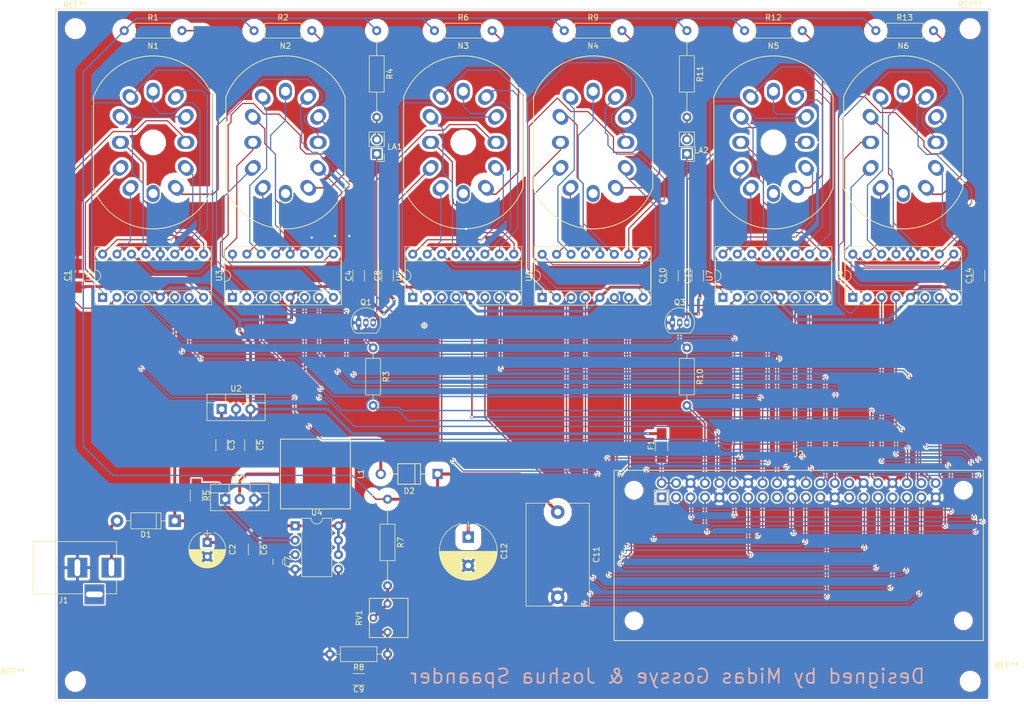
<source format=kicad_pcb>
(kicad_pcb (version 4) (host pcbnew 4.0.7)
  (layers (0 F.Cu signal) (31 B.Cu signal) (34 B.Paste user) (35 F.Paste user) (36 B.SilkS user) (37 F.SilkS user) (38 B.Mask user) (39 F.Mask user) (44 Edge.Cuts user))
  (net 0 "")
  (net 1 +5V)
  (net 2 GND)
  (net 3 /Vin_prot)
  (net 4 /TC)
  (net 5 /CI)
  (net 6 +180V)
  (net 7 /V_in)
  (net 8 /V_HV_sw)
  (net 9 /Anode_1)
  (net 10 /N1D0)
  (net 11 /N1D9)
  (net 12 /N1D8)
  (net 13 /N1D7)
  (net 14 /N1D6)
  (net 15 /N1D5)
  (net 16 /N1D4)
  (net 17 /N1D3)
  (net 18 /N1D2)
  (net 19 /N1D1)
  (net 20 "Net-(N1-PadLHDP)")
  (net 21 /Anode_2)
  (net 22 /N2D0)
  (net 23 /N2D9)
  (net 24 /N2D8)
  (net 25 /N2D7)
  (net 26 /N2D6)
  (net 27 /N2D5)
  (net 28 /N2D4)
  (net 29 /N2D3)
  (net 30 /N2D2)
  (net 31 /N2D1)
  (net 32 "Net-(N2-PadLHDP)")
  (net 33 /Anode_3)
  (net 34 /N3D0)
  (net 35 /N3D9)
  (net 36 /N3D8)
  (net 37 /N3D7)
  (net 38 /N3D6)
  (net 39 /N3D5)
  (net 40 /N3D4)
  (net 41 /N3D3)
  (net 42 /N3D2)
  (net 43 /N3D1)
  (net 44 "Net-(N3-PadLHDP)")
  (net 45 /Anode_4)
  (net 46 /N4D0)
  (net 47 /N4D9)
  (net 48 /N4D8)
  (net 49 /N4D7)
  (net 50 /N4D6)
  (net 51 /N4D5)
  (net 52 /N4D4)
  (net 53 /N4D3)
  (net 54 /N4D2)
  (net 55 /N4D1)
  (net 56 "Net-(N4-PadLHDP)")
  (net 57 /Anode_5)
  (net 58 /N5D0)
  (net 59 /N5D9)
  (net 60 /N5D8)
  (net 61 /N5D7)
  (net 62 /N5D6)
  (net 63 /N5D5)
  (net 64 /N5D4)
  (net 65 /N5D3)
  (net 66 /N5D2)
  (net 67 /N5D1)
  (net 68 "Net-(N5-PadLHDP)")
  (net 69 /Anode_6)
  (net 70 /N6D0)
  (net 71 /N6D9)
  (net 72 /N6D8)
  (net 73 /N6D7)
  (net 74 /N6D6)
  (net 75 /N6D5)
  (net 76 /N6D4)
  (net 77 /N6D3)
  (net 78 /N6D2)
  (net 79 /N6D1)
  (net 80 "Net-(N6-PadLHDP)")
  (net 81 /Neon1_B)
  (net 82 /Neon1_C)
  (net 83 /SW_emitter)
  (net 84 /Neon2_B)
  (net 85 /Neon2_C)
  (net 86 /Neon1_A)
  (net 87 /V_div)
  (net 88 /Neon2_A)
  (net 89 "Net-(F1-Pad1)")
  (net 90 "Net-(J2-Pad1)")
  (net 91 "Net-(J2-Pad17)")
  (net 92 "Net-(J2-Pad27)")
  (net 93 "Net-(J2-Pad28)")
  (net 94 /Neon1_driv)
  (net 95 /Neon2_Driv)
  (net 96 /NX1_A)
  (net 97 /NX1_D)
  (net 98 /NX1_B)
  (net 99 /NX1_C)
  (net 100 /NX2_A)
  (net 101 /NX2_D)
  (net 102 /NX2_B)
  (net 103 /NX2_C)
  (net 104 /NX3_A)
  (net 105 /NX3_D)
  (net 106 /NX3_B)
  (net 107 /NX3_C)
  (net 108 /NX4_A)
  (net 109 /NX4_D)
  (net 110 /NX4_B)
  (net 111 /NX4_C)
  (net 112 /NX5_A)
  (net 113 /NX5_D)
  (net 114 /NX5_B)
  (net 115 /NX5_C)
  (net 116 /NX6_A)
  (net 117 /NX6_D)
  (net 118 /NX6_B)
  (net 119 /NX6_C)
  (module Mounting_Holes:MountingHole_3.2mm_M3 (layer F.Cu) (at 234.0102 30.7594)
    (fp_text reference REF** (at 0 -4.2) (layer F.SilkS))
    (fp_text value MountingHole_3.2mm_M3)
    (pad 1 np_thru_hole circle (at 0 0) (size 3.2 3.2) (drill 3.2) (layers *.Cu *.Mask))
  )
  (module Mounting_Holes:MountingHole_3.2mm_M3 (layer F.Cu) (at 76.4794 30.7594)
    (fp_text reference REF** (at 0 -4.2) (layer F.SilkS))
    (fp_text value MountingHole_3.2mm_M3)
    (pad "" np_thru_hole circle (at 0 0) (size 3.2 3.2) (drill 3.2) (layers *.Cu *.Mask))
  )
  (module Mounting_Holes:MountingHole_3.2mm_M3 (layer F.Cu) (at 234.0356 145.7452)
    (fp_text reference REF** (at 6.4262 -2.7432) (layer F.SilkS))
    (fp_text value MountingHole_3.2mm_M3)
    (pad 1 np_thru_hole circle (at 0 0) (size 3.2 3.2) (drill 3.2) (layers *.Cu *.Mask))
  )
  (module project_lib:RPi-zero (layer F.Cu) (at 203.835 112.08258)
    (fp_text reference J2 (at 0 -6.35) (layer F.SilkS))
    (fp_text value RPi_PI)
    (pad 1 thru_hole rect (at -24.13 1.27) (size 1.75 1.75) (drill 1.02) (layers *.Cu *.Mask) (net 90 "Net-(J2-Pad1)"))
    (pad 2 thru_hole circle (at -24.13 -1.27) (size 1.75 1.75) (drill 1.02) (layers *.Cu *.Mask) (net 89 "Net-(F1-Pad1)"))
    (pad 3 thru_hole circle (at -21.59 1.27) (size 1.75 1.75) (drill 1.02) (layers *.Cu *.Mask) (net 116 /NX6_A))
    (pad 4 thru_hole circle (at -21.59 -1.27) (size 1.75 1.75) (drill 1.02) (layers *.Cu *.Mask) (net 89 "Net-(F1-Pad1)"))
    (pad 5 thru_hole circle (at -19.05 1.27) (size 1.75 1.75) (drill 1.02) (layers *.Cu *.Mask) (net 118 /NX6_B))
    (pad 6 thru_hole circle (at -19.05 -1.27) (size 1.75 1.75) (drill 1.02) (layers *.Cu *.Mask) (net 2 GND))
    (pad 7 thru_hole circle (at -16.51 1.27) (size 1.75 1.75) (drill 1.02) (layers *.Cu *.Mask) (net 119 /NX6_C))
    (pad 8 thru_hole circle (at -16.51 -1.27) (size 1.75 1.75) (drill 1.02) (layers *.Cu *.Mask) (net 95 /Neon2_Driv))
    (pad 9 thru_hole circle (at -13.97 1.27) (size 1.75 1.75) (drill 1.02) (layers *.Cu *.Mask) (net 2 GND))
    (pad 10 thru_hole circle (at -13.97 -1.27) (size 1.75 1.75) (drill 1.02) (layers *.Cu *.Mask) (net 94 /Neon1_driv))
    (pad 11 thru_hole circle (at -11.43 1.27) (size 1.75 1.75) (drill 1.02) (layers *.Cu *.Mask) (net 117 /NX6_D))
    (pad 12 thru_hole circle (at -11.43 -1.27) (size 1.75 1.75) (drill 1.02) (layers *.Cu *.Mask) (net 97 /NX1_D))
    (pad 13 thru_hole circle (at -8.89 1.27) (size 1.75 1.75) (drill 1.02) (layers *.Cu *.Mask) (net 112 /NX5_A))
    (pad 14 thru_hole circle (at -8.89 -1.27) (size 1.75 1.75) (drill 1.02) (layers *.Cu *.Mask) (net 2 GND))
    (pad 15 thru_hole circle (at -6.35 1.27) (size 1.75 1.75) (drill 1.02) (layers *.Cu *.Mask) (net 114 /NX5_B))
    (pad 16 thru_hole circle (at -6.35 -1.27) (size 1.75 1.75) (drill 1.02) (layers *.Cu *.Mask) (net 99 /NX1_C))
    (pad 17 thru_hole circle (at -3.81 1.27) (size 1.75 1.75) (drill 1.02) (layers *.Cu *.Mask) (net 91 "Net-(J2-Pad17)"))
    (pad 18 thru_hole circle (at -3.81 -1.27) (size 1.75 1.75) (drill 1.02) (layers *.Cu *.Mask) (net 98 /NX1_B))
    (pad 19 thru_hole circle (at -1.27 1.27) (size 1.75 1.75) (drill 1.02) (layers *.Cu *.Mask) (net 115 /NX5_C))
    (pad 20 thru_hole circle (at -1.27 -1.27) (size 1.75 1.75) (drill 1.02) (layers *.Cu *.Mask) (net 2 GND))
    (pad 21 thru_hole circle (at 1.27 1.27) (size 1.75 1.75) (drill 1.02) (layers *.Cu *.Mask) (net 113 /NX5_D))
    (pad 22 thru_hole circle (at 1.27 -1.27) (size 1.75 1.75) (drill 1.02) (layers *.Cu *.Mask) (net 96 /NX1_A))
    (pad 23 thru_hole circle (at 3.81 1.27) (size 1.75 1.75) (drill 1.02) (layers *.Cu *.Mask) (net 108 /NX4_A))
    (pad 24 thru_hole circle (at 3.81 -1.27) (size 1.75 1.75) (drill 1.02) (layers *.Cu *.Mask) (net 101 /NX2_D))
    (pad 25 thru_hole circle (at 6.35 1.27) (size 1.75 1.75) (drill 1.02) (layers *.Cu *.Mask) (net 2 GND))
    (pad 26 thru_hole circle (at 6.35 -1.27) (size 1.75 1.75) (drill 1.02) (layers *.Cu *.Mask) (net 103 /NX2_C))
    (pad 27 thru_hole circle (at 8.89 1.27) (size 1.75 1.75) (drill 1.02) (layers *.Cu *.Mask) (net 92 "Net-(J2-Pad27)"))
    (pad 28 thru_hole circle (at 8.89 -1.27) (size 1.75 1.75) (drill 1.02) (layers *.Cu *.Mask) (net 93 "Net-(J2-Pad28)"))
    (pad 29 thru_hole circle (at 11.43 1.27) (size 1.75 1.75) (drill 1.02) (layers *.Cu *.Mask) (net 110 /NX4_B))
    (pad 30 thru_hole circle (at 11.43 -1.27) (size 1.75 1.75) (drill 1.02) (layers *.Cu *.Mask) (net 2 GND))
    (pad 31 thru_hole circle (at 13.97 1.27) (size 1.75 1.75) (drill 1.02) (layers *.Cu *.Mask) (net 111 /NX4_C))
    (pad 32 thru_hole circle (at 13.97 -1.27) (size 1.75 1.75) (drill 1.02) (layers *.Cu *.Mask) (net 102 /NX2_B))
    (pad 33 thru_hole circle (at 16.51 1.27) (size 1.75 1.75) (drill 1.02) (layers *.Cu *.Mask) (net 109 /NX4_D))
    (pad 34 thru_hole circle (at 16.51 -1.27) (size 1.75 1.75) (drill 1.02) (layers *.Cu *.Mask) (net 2 GND))
    (pad 35 thru_hole circle (at 19.05 1.27) (size 1.75 1.75) (drill 1.02) (layers *.Cu *.Mask) (net 104 /NX3_A))
    (pad 36 thru_hole circle (at 19.05 -1.27) (size 1.75 1.75) (drill 1.02) (layers *.Cu *.Mask) (net 100 /NX2_A))
    (pad 37 thru_hole circle (at 21.59 1.27) (size 1.75 1.75) (drill 1.02) (layers *.Cu *.Mask) (net 106 /NX3_B))
    (pad 38 thru_hole circle (at 21.59 -1.27) (size 1.75 1.75) (drill 1.02) (layers *.Cu *.Mask) (net 105 /NX3_D))
    (pad 39 thru_hole circle (at 24.13 1.27) (size 1.75 1.75) (drill 1.02) (layers *.Cu *.Mask) (net 2 GND))
    (pad 40 thru_hole circle (at 24.13 -1.27) (size 1.75 1.75) (drill 1.02) (layers *.Cu *.Mask) (net 107 /NX3_C))
    (pad "" np_thru_hole circle (at -29 0) (size 2.8 2.8) (drill 2.8) (layers *.Cu *.Mask))
    (pad "" np_thru_hole circle (at 29 0) (size 2.8 2.8) (drill 2.8) (layers *.Cu *.Mask))
    (pad "" np_thru_hole circle (at -29 23) (size 2.8 2.8) (drill 2.8) (layers *.Cu *.Mask))
    (pad "" np_thru_hole circle (at 29 23) (size 2.8 2.8) (drill 2.8) (layers *.Cu *.Mask))
  )
  (module project_lib:IN-12 (layer F.Cu) (at 90.17 50.8)
    (fp_text reference N1 (at 0 -17) (layer F.SilkS))
    (fp_text value IN-12B)
    (pad "" np_thru_hole circle (at 0 0) (size 4 4) (drill 4) (layers *.Cu *.Mask))
    (pad 7 thru_hole oval (at 4 -8 135) (size 2.3 3) (drill 1.6) (layers *.Cu *.Mask) (net 13 /N1D7))
    (pad 8 thru_hole oval (at 5.75 -4.5 135) (size 2.3 3) (drill 1.6) (layers *.Cu *.Mask) (net 12 /N1D8))
    (pad 9 thru_hole oval (at 5.75 0 90) (size 2.3 3) (drill 1.6) (layers *.Cu *.Mask) (net 11 /N1D9))
    (pad 0 thru_hole oval (at 5.75 4.5 45) (size 2.3 3) (drill 1.6) (layers *.Cu *.Mask) (net 10 /N1D0))
    (pad A thru_hole oval (at 4 8 45) (size 2.3 3) (drill 1.6) (layers *.Cu *.Mask) (net 9 /Anode_1))
    (pad LHDP thru_hole oval (at 0 9) (size 2.3 3) (drill 1.6) (layers *.Cu *.Mask) (net 20 "Net-(N1-PadLHDP)"))
    (pad 1 thru_hole oval (at -4 8 135) (size 2.3 3) (drill 1.6) (layers *.Cu *.Mask) (net 19 /N1D1))
    (pad 2 thru_hole oval (at -5.75 4.5 135) (size 2.3 3) (drill 1.6) (layers *.Cu *.Mask) (net 18 /N1D2))
    (pad 3 thru_hole oval (at -5.75 0) (size 3 2.3) (drill 1.6) (layers *.Cu *.Mask) (net 17 /N1D3))
    (pad 4 thru_hole oval (at -5.75 -4.5 45) (size 2.3 3) (drill 1.6) (layers *.Cu *.Mask) (net 16 /N1D4))
    (pad 5 thru_hole oval (at -4 -8 45) (size 2.3 3) (drill 1.6) (layers *.Cu *.Mask) (net 15 /N1D5))
    (pad 6 thru_hole oval (at 0 -9) (size 2.3 3) (drill 1.6) (layers *.Cu *.Mask) (net 14 /N1D6))
  )
  (module project_lib:IN-12 (layer F.Cu) (at 113.475 50.8)
    (fp_text reference N2 (at 0 -17) (layer F.SilkS))
    (fp_text value IN-12B)
    (pad "" np_thru_hole circle (at 0 0) (size 4 4) (drill 4) (layers *.Cu *.Mask))
    (pad 7 thru_hole oval (at 4 -8 135) (size 2.3 3) (drill 1.6) (layers *.Cu *.Mask) (net 25 /N2D7))
    (pad 8 thru_hole oval (at 5.75 -4.5 135) (size 2.3 3) (drill 1.6) (layers *.Cu *.Mask) (net 24 /N2D8))
    (pad 9 thru_hole oval (at 5.75 0 90) (size 2.3 3) (drill 1.6) (layers *.Cu *.Mask) (net 23 /N2D9))
    (pad 0 thru_hole oval (at 5.75 4.5 45) (size 2.3 3) (drill 1.6) (layers *.Cu *.Mask) (net 22 /N2D0))
    (pad A thru_hole oval (at 4 8 45) (size 2.3 3) (drill 1.6) (layers *.Cu *.Mask) (net 21 /Anode_2))
    (pad LHDP thru_hole oval (at 0 9) (size 2.3 3) (drill 1.6) (layers *.Cu *.Mask) (net 32 "Net-(N2-PadLHDP)"))
    (pad 1 thru_hole oval (at -4 8 135) (size 2.3 3) (drill 1.6) (layers *.Cu *.Mask) (net 31 /N2D1))
    (pad 2 thru_hole oval (at -5.75 4.5 135) (size 2.3 3) (drill 1.6) (layers *.Cu *.Mask) (net 30 /N2D2))
    (pad 3 thru_hole oval (at -5.75 0) (size 3 2.3) (drill 1.6) (layers *.Cu *.Mask) (net 29 /N2D3))
    (pad 4 thru_hole oval (at -5.75 -4.5 45) (size 2.3 3) (drill 1.6) (layers *.Cu *.Mask) (net 28 /N2D4))
    (pad 5 thru_hole oval (at -4 -8 45) (size 2.3 3) (drill 1.6) (layers *.Cu *.Mask) (net 27 /N2D5))
    (pad 6 thru_hole oval (at 0 -9) (size 2.3 3) (drill 1.6) (layers *.Cu *.Mask) (net 26 /N2D6))
  )
  (module Capacitors_SMD:C_1206_HandSoldering (layer F.Cu) (at 76.835 74.295 90)
    (fp_text reference C1 (at 0 -1.75 90) (layer F.SilkS))
    (fp_text value 100n)
    (pad 1 smd rect (at -2 0 90) (size 2 1.6) (layers F.Cu F.Paste F.Mask) (net 1 +5V))
    (pad 2 smd rect (at 2 0 90) (size 2 1.6) (layers F.Cu F.Paste F.Mask) (net 2 GND))
  )
  (module Capacitors_ThroughHole:CP_Radial_D6.3mm_P2.50mm (layer F.Cu) (at 99.695 121.285 270)
    (fp_text reference C2 (at 1.25 -4.46 270) (layer F.SilkS))
    (fp_text value 100u)
    (pad 1 thru_hole rect (at 0 0 270) (size 1.6 1.6) (drill 0.8) (layers *.Cu *.Mask) (net 3 /Vin_prot))
    (pad 2 thru_hole circle (at 2.5 0 270) (size 1.6 1.6) (drill 0.8) (layers *.Cu *.Mask) (net 2 GND))
  )
  (module Capacitors_SMD:C_1206_HandSoldering (layer F.Cu) (at 102.235 104.14 270)
    (fp_text reference C3 (at 0 -1.75 270) (layer F.SilkS))
    (fp_text value 330n)
    (pad 1 smd rect (at -2 0 270) (size 2 1.6) (layers F.Cu F.Paste F.Mask) (net 3 /Vin_prot))
    (pad 2 smd rect (at 2 0 270) (size 2 1.6) (layers F.Cu F.Paste F.Mask) (net 2 GND))
  )
  (module Capacitors_SMD:C_1206_HandSoldering (layer F.Cu) (at 126.365 74.295 90)
    (fp_text reference C4 (at 0 -1.75 90) (layer F.SilkS))
    (fp_text value 100n)
    (pad 1 smd rect (at -2 0 90) (size 2 1.6) (layers F.Cu F.Paste F.Mask) (net 1 +5V))
    (pad 2 smd rect (at 2 0 90) (size 2 1.6) (layers F.Cu F.Paste F.Mask) (net 2 GND))
  )
  (module Capacitors_SMD:C_1206_HandSoldering (layer F.Cu) (at 107.315 104.14 270)
    (fp_text reference C5 (at 0 -1.75 270) (layer F.SilkS))
    (fp_text value 100n)
    (pad 1 smd rect (at -2 0 270) (size 2 1.6) (layers F.Cu F.Paste F.Mask) (net 1 +5V))
    (pad 2 smd rect (at 2 0 270) (size 2 1.6) (layers F.Cu F.Paste F.Mask) (net 2 GND))
  )
  (module Capacitors_SMD:C_1206_HandSoldering (layer F.Cu) (at 107.95 122.555 270)
    (fp_text reference C6 (at 0 -1.75 270) (layer F.SilkS))
    (fp_text value 100n)
    (pad 1 smd rect (at -2 0 270) (size 2 1.6) (layers F.Cu F.Paste F.Mask) (net 3 /Vin_prot))
    (pad 2 smd rect (at 2 0 270) (size 2 1.6) (layers F.Cu F.Paste F.Mask) (net 2 GND))
  )
  (module Capacitors_SMD:C_0805_HandSoldering (layer F.Cu) (at 112.13084 124.68892 270)
    (fp_text reference C7 (at 0 -1.75 270) (layer F.SilkS))
    (fp_text value 680p)
    (pad 1 smd rect (at -1.25 0 270) (size 1.5 1.25) (layers F.Cu F.Paste F.Mask) (net 4 /TC))
    (pad 2 smd rect (at 1.25 0 270) (size 1.5 1.25) (layers F.Cu F.Paste F.Mask) (net 2 GND))
  )
  (module Capacitors_SMD:C_1206_HandSoldering (layer F.Cu) (at 131.445 74.295 90)
    (fp_text reference C8 (at 0 -1.75 90) (layer F.SilkS))
    (fp_text value 100n)
    (pad 1 smd rect (at -2 0 90) (size 2 1.6) (layers F.Cu F.Paste F.Mask) (net 1 +5V))
    (pad 2 smd rect (at 2 0 90) (size 2 1.6) (layers F.Cu F.Paste F.Mask) (net 2 GND))
  )
  (module Capacitors_SMD:C_1206_HandSoldering (layer F.Cu) (at 126.365 145.415 180)
    (fp_text reference C9 (at 0 -1.75 180) (layer F.SilkS))
    (fp_text value 100n)
    (pad 1 smd rect (at -2 0 180) (size 2 1.6) (layers F.Cu F.Paste F.Mask) (net 5 /CI))
    (pad 2 smd rect (at 2 0 180) (size 2 1.6) (layers F.Cu F.Paste F.Mask) (net 2 GND))
  )
  (module Capacitors_SMD:C_1206_HandSoldering (layer F.Cu) (at 181.61 74.295 90)
    (fp_text reference C10 (at 0 -1.75 90) (layer F.SilkS))
    (fp_text value 100n)
    (pad 1 smd rect (at -2 0 90) (size 2 1.6) (layers F.Cu F.Paste F.Mask) (net 1 +5V))
    (pad 2 smd rect (at 2 0 90) (size 2 1.6) (layers F.Cu F.Paste F.Mask) (net 2 GND))
  )
  (module Capacitors_ThroughHole:CP_Radial_D10.0mm_P5.00mm (layer F.Cu) (at 145.65884 120.34392 270)
    (fp_text reference C12 (at 2.5 -6.31 270) (layer F.SilkS))
    (fp_text value 10u/250V)
    (pad 1 thru_hole rect (at 0 0 270) (size 2 2) (drill 1) (layers *.Cu *.Mask) (net 6 +180V))
    (pad 2 thru_hole circle (at 5 0 270) (size 2 2) (drill 1) (layers *.Cu *.Mask) (net 2 GND))
  )
  (module Capacitors_SMD:C_1206_HandSoldering (layer F.Cu) (at 186.055 74.295 90)
    (fp_text reference C13 (at 0 -1.75 90) (layer F.SilkS))
    (fp_text value 100n)
    (pad 1 smd rect (at -2 0 90) (size 2 1.6) (layers F.Cu F.Paste F.Mask) (net 1 +5V))
    (pad 2 smd rect (at 2 0 90) (size 2 1.6) (layers F.Cu F.Paste F.Mask) (net 2 GND))
  )
  (module Capacitors_SMD:C_1206_HandSoldering (layer F.Cu) (at 235.585 74.295 90)
    (fp_text reference C14 (at 0 -1.75 90) (layer F.SilkS))
    (fp_text value 100n)
    (pad 1 smd rect (at -2 0 90) (size 2 1.6) (layers F.Cu F.Paste F.Mask) (net 1 +5V))
    (pad 2 smd rect (at 2 0 90) (size 2 1.6) (layers F.Cu F.Paste F.Mask) (net 2 GND))
  )
  (module Diodes_ThroughHole:D_DO-41_SOD81_P10.16mm_Horizontal (layer F.Cu) (at 93.98 117.475 180)
    (fp_text reference D1 (at 5.08 -2.41 180) (layer F.SilkS))
    (fp_text value 1N4004)
    (pad 1 thru_hole rect (at 0 0 180) (size 2.2 2.2) (drill 1.1) (layers *.Cu *.Mask) (net 3 /Vin_prot))
    (pad 2 thru_hole oval (at 10.16 0 180) (size 2.2 2.2) (drill 1.1) (layers *.Cu *.Mask) (net 7 /V_in))
  )
  (module project_lib:SMDRI127 (layer F.Cu) (at 118.745 109.22 270)
    (fp_text reference L1 (at 0 -8 270) (layer F.SilkS))
    (fp_text value 330uH)
    (pad 1 smd rect (at 0 -4.95 270) (size 5.4 2.9) (layers F.Cu F.Paste F.Mask) (net 3 /Vin_prot))
    (pad 2 smd rect (at 0 4.95 270) (size 5.4 2.9) (layers F.Cu F.Paste F.Mask) (net 8 /V_HV_sw))
  )
  (module TO_SOT_Packages_THT:TO-220-3_Vertical (layer F.Cu) (at 102.87 113.665)
    (fp_text reference Q2 (at 2.54 -3.62) (layer F.SilkS))
    (fp_text value SPP20N60C3)
    (pad 1 thru_hole rect (at 0 0) (size 1.8 1.8) (drill 1) (layers *.Cu *.Mask) (net 83 /SW_emitter))
    (pad 2 thru_hole oval (at 2.54 0) (size 1.8 1.8) (drill 1) (layers *.Cu *.Mask) (net 8 /V_HV_sw))
    (pad 3 thru_hole oval (at 5.08 0) (size 1.8 1.8) (drill 1) (layers *.Cu *.Mask) (net 2 GND))
  )
  (module Resistors_ThroughHole:R_Axial_DIN0207_L6.3mm_D2.5mm_P10.16mm_Horizontal (layer F.Cu) (at 85.09 31.115)
    (fp_text reference R1 (at 5.08 -2.31) (layer F.SilkS))
    (fp_text value 27k)
    (pad 1 thru_hole circle (at 0 0) (size 1.6 1.6) (drill 0.8) (layers *.Cu *.Mask) (net 6 +180V))
    (pad 2 thru_hole oval (at 10.16 0) (size 1.6 1.6) (drill 0.8) (layers *.Cu *.Mask) (net 9 /Anode_1))
  )
  (module Resistors_ThroughHole:R_Axial_DIN0207_L6.3mm_D2.5mm_P10.16mm_Horizontal (layer F.Cu) (at 107.95 31.115)
    (fp_text reference R2 (at 5.08 -2.31) (layer F.SilkS))
    (fp_text value 27k)
    (pad 1 thru_hole circle (at 0 0) (size 1.6 1.6) (drill 0.8) (layers *.Cu *.Mask) (net 6 +180V))
    (pad 2 thru_hole oval (at 10.16 0) (size 1.6 1.6) (drill 0.8) (layers *.Cu *.Mask) (net 21 /Anode_2))
  )
  (module Resistors_ThroughHole:R_Axial_DIN0207_L6.3mm_D2.5mm_P10.16mm_Horizontal (layer F.Cu) (at 128.905 86.995 270)
    (fp_text reference R3 (at 5.08 -2.31 270) (layer F.SilkS))
    (fp_text value 3k3)
    (pad 1 thru_hole circle (at 0 0 270) (size 1.6 1.6) (drill 0.8) (layers *.Cu *.Mask) (net 81 /Neon1_B))
    (pad 2 thru_hole oval (at 10.16 0 270) (size 1.6 1.6) (drill 0.8) (layers *.Cu *.Mask) (net 94 /Neon1_driv))
  )
  (module Resistors_ThroughHole:R_Axial_DIN0207_L6.3mm_D2.5mm_P15.24mm_Horizontal (layer F.Cu) (at 129.54 31.115 270)
    (fp_text reference R4 (at 7.62 -2.31 270) (layer F.SilkS))
    (fp_text value 470k)
    (pad 1 thru_hole circle (at 0 0 270) (size 1.6 1.6) (drill 0.8) (layers *.Cu *.Mask) (net 6 +180V))
    (pad 2 thru_hole oval (at 15.24 0 270) (size 1.6 1.6) (drill 0.8) (layers *.Cu *.Mask) (net 86 /Neon1_A))
  )
  (module Resistors_SMD:R_1206_HandSoldering (layer F.Cu) (at 97.79 113.03 270)
    (fp_text reference R5 (at 0 -1.85 270) (layer F.SilkS))
    (fp_text value 150R)
    (pad 1 smd rect (at -2 0 270) (size 2 1.7) (layers F.Cu F.Paste F.Mask) (net 83 /SW_emitter))
    (pad 2 smd rect (at 2 0 270) (size 2 1.7) (layers F.Cu F.Paste F.Mask) (net 2 GND))
  )
  (module Resistors_ThroughHole:R_Axial_DIN0207_L6.3mm_D2.5mm_P10.16mm_Horizontal (layer F.Cu) (at 139.7 31.115)
    (fp_text reference R6 (at 5.08 -2.31) (layer F.SilkS))
    (fp_text value 27k)
    (pad 1 thru_hole circle (at 0 0) (size 1.6 1.6) (drill 0.8) (layers *.Cu *.Mask) (net 6 +180V))
    (pad 2 thru_hole oval (at 10.16 0) (size 1.6 1.6) (drill 0.8) (layers *.Cu *.Mask) (net 33 /Anode_3))
  )
  (module Resistors_ThroughHole:R_Axial_DIN0207_L6.3mm_D2.5mm_P15.24mm_Horizontal (layer F.Cu) (at 131.445 113.665 270)
    (fp_text reference R7 (at 7.62 -2.31 270) (layer F.SilkS))
    (fp_text value 470k)
    (pad 1 thru_hole circle (at 0 0 270) (size 1.6 1.6) (drill 0.8) (layers *.Cu *.Mask) (net 6 +180V))
    (pad 2 thru_hole oval (at 15.24 0 270) (size 1.6 1.6) (drill 0.8) (layers *.Cu *.Mask) (net 87 /V_div))
  )
  (module Resistors_ThroughHole:R_Axial_DIN0207_L6.3mm_D2.5mm_P10.16mm_Horizontal (layer F.Cu) (at 131.445 140.97 180)
    (fp_text reference R8 (at 5.08 -2.31 180) (layer F.SilkS))
    (fp_text value 5k6)
    (pad 1 thru_hole circle (at 0 0 180) (size 1.6 1.6) (drill 0.8) (layers *.Cu *.Mask) (net 5 /CI))
    (pad 2 thru_hole oval (at 10.16 0 180) (size 1.6 1.6) (drill 0.8) (layers *.Cu *.Mask) (net 2 GND))
  )
  (module Resistors_ThroughHole:R_Axial_DIN0207_L6.3mm_D2.5mm_P10.16mm_Horizontal (layer F.Cu) (at 162.56 31.115)
    (fp_text reference R9 (at 5.08 -2.31) (layer F.SilkS))
    (fp_text value 27k)
    (pad 1 thru_hole circle (at 0 0) (size 1.6 1.6) (drill 0.8) (layers *.Cu *.Mask) (net 6 +180V))
    (pad 2 thru_hole oval (at 10.16 0) (size 1.6 1.6) (drill 0.8) (layers *.Cu *.Mask) (net 45 /Anode_4))
  )
  (module Resistors_ThroughHole:R_Axial_DIN0207_L6.3mm_D2.5mm_P10.16mm_Horizontal (layer F.Cu) (at 184.15 86.995 270)
    (fp_text reference R10 (at 5.08 -2.31 270) (layer F.SilkS))
    (fp_text value 3k3)
    (pad 1 thru_hole circle (at 0 0 270) (size 1.6 1.6) (drill 0.8) (layers *.Cu *.Mask) (net 84 /Neon2_B))
    (pad 2 thru_hole oval (at 10.16 0 270) (size 1.6 1.6) (drill 0.8) (layers *.Cu *.Mask) (net 95 /Neon2_Driv))
  )
  (module Resistors_ThroughHole:R_Axial_DIN0207_L6.3mm_D2.5mm_P15.24mm_Horizontal (layer F.Cu) (at 184.15 31.115 270)
    (fp_text reference R11 (at 7.62 -2.31 270) (layer F.SilkS))
    (fp_text value 470k)
    (pad 1 thru_hole circle (at 0 0 270) (size 1.6 1.6) (drill 0.8) (layers *.Cu *.Mask) (net 6 +180V))
    (pad 2 thru_hole oval (at 15.24 0 270) (size 1.6 1.6) (drill 0.8) (layers *.Cu *.Mask) (net 88 /Neon2_A))
  )
  (module Resistors_ThroughHole:R_Axial_DIN0207_L6.3mm_D2.5mm_P10.16mm_Horizontal (layer F.Cu) (at 194.31 31.115)
    (fp_text reference R12 (at 5.08 -2.31) (layer F.SilkS))
    (fp_text value 27k)
    (pad 1 thru_hole circle (at 0 0) (size 1.6 1.6) (drill 0.8) (layers *.Cu *.Mask) (net 6 +180V))
    (pad 2 thru_hole oval (at 10.16 0) (size 1.6 1.6) (drill 0.8) (layers *.Cu *.Mask) (net 57 /Anode_5))
  )
  (module Resistors_ThroughHole:R_Axial_DIN0207_L6.3mm_D2.5mm_P10.16mm_Horizontal (layer F.Cu) (at 217.41384 31.115)
    (fp_text reference R13 (at 5.08 -2.31) (layer F.SilkS))
    (fp_text value 27k)
    (pad 1 thru_hole circle (at 0 0) (size 1.6 1.6) (drill 0.8) (layers *.Cu *.Mask) (net 6 +180V))
    (pad 2 thru_hole oval (at 10.16 0) (size 1.6 1.6) (drill 0.8) (layers *.Cu *.Mask) (net 69 /Anode_6))
  )
  (module project_lib:3362P (layer F.Cu) (at 131.445 134.58 90)
    (fp_text reference RV1 (at 0 -5 90) (layer F.SilkS))
    (fp_text value 500k)
    (pad 1 thru_hole circle (at 2.5 0 90) (size 1.45 1.45) (drill 0.75) (layers *.Cu *.Mask) (net 87 /V_div))
    (pad 2 thru_hole circle (at 0 -2.5 90) (size 1.45 1.45) (drill 0.75) (layers *.Cu *.Mask) (net 87 /V_div))
    (pad 3 thru_hole circle (at -2.5 0 90) (size 1.45 1.45) (drill 0.75) (layers *.Cu *.Mask) (net 5 /CI))
  )
  (module Housings_DIP:DIP-16_W7.62mm_Socket (layer F.Cu) (at 81.28 78.105 90)
    (fp_text reference U1 (at 3.81 -2.33 90) (layer F.SilkS))
    (fp_text value 74141)
    (pad 1 thru_hole rect (at 0 0 90) (size 1.6 1.6) (drill 0.8) (layers *.Cu *.Mask) (net 12 /N1D8))
    (pad 9 thru_hole oval (at 7.62 17.78 90) (size 1.6 1.6) (drill 0.8) (layers *.Cu *.Mask) (net 17 /N1D3))
    (pad 2 thru_hole oval (at 0 2.54 90) (size 1.6 1.6) (drill 0.8) (layers *.Cu *.Mask) (net 11 /N1D9))
    (pad 10 thru_hole oval (at 7.62 15.24 90) (size 1.6 1.6) (drill 0.8) (layers *.Cu *.Mask) (net 13 /N1D7))
    (pad 3 thru_hole oval (at 0 5.08 90) (size 1.6 1.6) (drill 0.8) (layers *.Cu *.Mask) (net 96 /NX1_A))
    (pad 11 thru_hole oval (at 7.62 12.7 90) (size 1.6 1.6) (drill 0.8) (layers *.Cu *.Mask) (net 14 /N1D6))
    (pad 4 thru_hole oval (at 0 7.62 90) (size 1.6 1.6) (drill 0.8) (layers *.Cu *.Mask) (net 97 /NX1_D))
    (pad 12 thru_hole oval (at 7.62 10.16 90) (size 1.6 1.6) (drill 0.8) (layers *.Cu *.Mask) (net 2 GND))
    (pad 5 thru_hole oval (at 0 10.16 90) (size 1.6 1.6) (drill 0.8) (layers *.Cu *.Mask) (net 1 +5V))
    (pad 13 thru_hole oval (at 7.62 7.62 90) (size 1.6 1.6) (drill 0.8) (layers *.Cu *.Mask) (net 16 /N1D4))
    (pad 6 thru_hole oval (at 0 12.7 90) (size 1.6 1.6) (drill 0.8) (layers *.Cu *.Mask) (net 98 /NX1_B))
    (pad 14 thru_hole oval (at 7.62 5.08 90) (size 1.6 1.6) (drill 0.8) (layers *.Cu *.Mask) (net 15 /N1D5))
    (pad 7 thru_hole oval (at 0 15.24 90) (size 1.6 1.6) (drill 0.8) (layers *.Cu *.Mask) (net 99 /NX1_C))
    (pad 15 thru_hole oval (at 7.62 2.54 90) (size 1.6 1.6) (drill 0.8) (layers *.Cu *.Mask) (net 19 /N1D1))
    (pad 8 thru_hole oval (at 0 17.78 90) (size 1.6 1.6) (drill 0.8) (layers *.Cu *.Mask) (net 18 /N1D2))
    (pad 16 thru_hole oval (at 7.62 0 90) (size 1.6 1.6) (drill 0.8) (layers *.Cu *.Mask) (net 10 /N1D0))
  )
  (module TO_SOT_Packages_THT:TO-220-3_Vertical (layer F.Cu) (at 102.235 97.79)
    (fp_text reference U2 (at 2.54 -3.62) (layer F.SilkS))
    (fp_text value L7805)
    (pad 1 thru_hole rect (at 0 0) (size 1.8 1.8) (drill 1) (layers *.Cu *.Mask) (net 3 /Vin_prot))
    (pad 2 thru_hole oval (at 2.54 0) (size 1.8 1.8) (drill 1) (layers *.Cu *.Mask) (net 2 GND))
    (pad 3 thru_hole oval (at 5.08 0) (size 1.8 1.8) (drill 1) (layers *.Cu *.Mask) (net 1 +5V))
  )
  (module Housings_DIP:DIP-16_W7.62mm_Socket (layer F.Cu) (at 104.14 78.105 90)
    (fp_text reference U3 (at 3.81 -2.33 90) (layer F.SilkS))
    (fp_text value 74141)
    (pad 1 thru_hole rect (at 0 0 90) (size 1.6 1.6) (drill 0.8) (layers *.Cu *.Mask) (net 24 /N2D8))
    (pad 9 thru_hole oval (at 7.62 17.78 90) (size 1.6 1.6) (drill 0.8) (layers *.Cu *.Mask) (net 29 /N2D3))
    (pad 2 thru_hole oval (at 0 2.54 90) (size 1.6 1.6) (drill 0.8) (layers *.Cu *.Mask) (net 23 /N2D9))
    (pad 10 thru_hole oval (at 7.62 15.24 90) (size 1.6 1.6) (drill 0.8) (layers *.Cu *.Mask) (net 25 /N2D7))
    (pad 3 thru_hole oval (at 0 5.08 90) (size 1.6 1.6) (drill 0.8) (layers *.Cu *.Mask) (net 100 /NX2_A))
    (pad 11 thru_hole oval (at 7.62 12.7 90) (size 1.6 1.6) (drill 0.8) (layers *.Cu *.Mask) (net 26 /N2D6))
    (pad 4 thru_hole oval (at 0 7.62 90) (size 1.6 1.6) (drill 0.8) (layers *.Cu *.Mask) (net 101 /NX2_D))
    (pad 12 thru_hole oval (at 7.62 10.16 90) (size 1.6 1.6) (drill 0.8) (layers *.Cu *.Mask) (net 2 GND))
    (pad 5 thru_hole oval (at 0 10.16 90) (size 1.6 1.6) (drill 0.8) (layers *.Cu *.Mask) (net 1 +5V))
    (pad 13 thru_hole oval (at 7.62 7.62 90) (size 1.6 1.6) (drill 0.8) (layers *.Cu *.Mask) (net 28 /N2D4))
    (pad 6 thru_hole oval (at 0 12.7 90) (size 1.6 1.6) (drill 0.8) (layers *.Cu *.Mask) (net 102 /NX2_B))
    (pad 14 thru_hole oval (at 7.62 5.08 90) (size 1.6 1.6) (drill 0.8) (layers *.Cu *.Mask) (net 27 /N2D5))
    (pad 7 thru_hole oval (at 0 15.24 90) (size 1.6 1.6) (drill 0.8) (layers *.Cu *.Mask) (net 103 /NX2_C))
    (pad 15 thru_hole oval (at 7.62 2.54 90) (size 1.6 1.6) (drill 0.8) (layers *.Cu *.Mask) (net 31 /N2D1))
    (pad 8 thru_hole oval (at 0 17.78 90) (size 1.6 1.6) (drill 0.8) (layers *.Cu *.Mask) (net 30 /N2D2))
    (pad 16 thru_hole oval (at 7.62 0 90) (size 1.6 1.6) (drill 0.8) (layers *.Cu *.Mask) (net 22 /N2D0))
  )
  (module Housings_DIP:DIP-8_W7.62mm (layer F.Cu) (at 115.17884 118.35892)
    (fp_text reference U4 (at 3.81 -2.33) (layer F.SilkS))
    (fp_text value MC34063)
    (pad 1 thru_hole rect (at 0 0) (size 1.6 1.6) (drill 0.8) (layers *.Cu *.Mask) (net 3 /Vin_prot))
    (pad 5 thru_hole oval (at 7.62 7.62) (size 1.6 1.6) (drill 0.8) (layers *.Cu *.Mask) (net 5 /CI))
    (pad 2 thru_hole oval (at 0 2.54) (size 1.6 1.6) (drill 0.8) (layers *.Cu *.Mask) (net 83 /SW_emitter))
    (pad 6 thru_hole oval (at 7.62 5.08) (size 1.6 1.6) (drill 0.8) (layers *.Cu *.Mask) (net 3 /Vin_prot))
    (pad 3 thru_hole oval (at 0 5.08) (size 1.6 1.6) (drill 0.8) (layers *.Cu *.Mask) (net 4 /TC))
    (pad 7 thru_hole oval (at 7.62 2.54) (size 1.6 1.6) (drill 0.8) (layers *.Cu *.Mask) (net 3 /Vin_prot))
    (pad 4 thru_hole oval (at 0 7.62) (size 1.6 1.6) (drill 0.8) (layers *.Cu *.Mask) (net 2 GND))
    (pad 8 thru_hole oval (at 7.62 0) (size 1.6 1.6) (drill 0.8) (layers *.Cu *.Mask) (net 3 /Vin_prot))
  )
  (module Housings_DIP:DIP-16_W7.62mm_Socket (layer F.Cu) (at 135.89 78.105 90)
    (fp_text reference U5 (at 3.81 -2.33 90) (layer F.SilkS))
    (fp_text value 74141)
    (pad 1 thru_hole rect (at 0 0 90) (size 1.6 1.6) (drill 0.8) (layers *.Cu *.Mask) (net 36 /N3D8))
    (pad 9 thru_hole oval (at 7.62 17.78 90) (size 1.6 1.6) (drill 0.8) (layers *.Cu *.Mask) (net 41 /N3D3))
    (pad 2 thru_hole oval (at 0 2.54 90) (size 1.6 1.6) (drill 0.8) (layers *.Cu *.Mask) (net 35 /N3D9))
    (pad 10 thru_hole oval (at 7.62 15.24 90) (size 1.6 1.6) (drill 0.8) (layers *.Cu *.Mask) (net 37 /N3D7))
    (pad 3 thru_hole oval (at 0 5.08 90) (size 1.6 1.6) (drill 0.8) (layers *.Cu *.Mask) (net 104 /NX3_A))
    (pad 11 thru_hole oval (at 7.62 12.7 90) (size 1.6 1.6) (drill 0.8) (layers *.Cu *.Mask) (net 38 /N3D6))
    (pad 4 thru_hole oval (at 0 7.62 90) (size 1.6 1.6) (drill 0.8) (layers *.Cu *.Mask) (net 105 /NX3_D))
    (pad 12 thru_hole oval (at 7.62 10.16 90) (size 1.6 1.6) (drill 0.8) (layers *.Cu *.Mask) (net 2 GND))
    (pad 5 thru_hole oval (at 0 10.16 90) (size 1.6 1.6) (drill 0.8) (layers *.Cu *.Mask) (net 1 +5V))
    (pad 13 thru_hole oval (at 7.62 7.62 90) (size 1.6 1.6) (drill 0.8) (layers *.Cu *.Mask) (net 40 /N3D4))
    (pad 6 thru_hole oval (at 0 12.7 90) (size 1.6 1.6) (drill 0.8) (layers *.Cu *.Mask) (net 106 /NX3_B))
    (pad 14 thru_hole oval (at 7.62 5.08 90) (size 1.6 1.6) (drill 0.8) (layers *.Cu *.Mask) (net 39 /N3D5))
    (pad 7 thru_hole oval (at 0 15.24 90) (size 1.6 1.6) (drill 0.8) (layers *.Cu *.Mask) (net 107 /NX3_C))
    (pad 15 thru_hole oval (at 7.62 2.54 90) (size 1.6 1.6) (drill 0.8) (layers *.Cu *.Mask) (net 43 /N3D1))
    (pad 8 thru_hole oval (at 0 17.78 90) (size 1.6 1.6) (drill 0.8) (layers *.Cu *.Mask) (net 42 /N3D2))
    (pad 16 thru_hole oval (at 7.62 0 90) (size 1.6 1.6) (drill 0.8) (layers *.Cu *.Mask) (net 34 /N3D0))
  )
  (module Housings_DIP:DIP-16_W7.62mm_Socket (layer F.Cu) (at 158.6738 78.13294 90)
    (fp_text reference U6 (at 3.81 -2.33 90) (layer F.SilkS))
    (fp_text value 74141)
    (pad 1 thru_hole rect (at 0 0 90) (size 1.6 1.6) (drill 0.8) (layers *.Cu *.Mask) (net 48 /N4D8))
    (pad 9 thru_hole oval (at 7.62 17.78 90) (size 1.6 1.6) (drill 0.8) (layers *.Cu *.Mask) (net 53 /N4D3))
    (pad 2 thru_hole oval (at 0 2.54 90) (size 1.6 1.6) (drill 0.8) (layers *.Cu *.Mask) (net 47 /N4D9))
    (pad 10 thru_hole oval (at 7.62 15.24 90) (size 1.6 1.6) (drill 0.8) (layers *.Cu *.Mask) (net 49 /N4D7))
    (pad 3 thru_hole oval (at 0 5.08 90) (size 1.6 1.6) (drill 0.8) (layers *.Cu *.Mask) (net 108 /NX4_A))
    (pad 11 thru_hole oval (at 7.62 12.7 90) (size 1.6 1.6) (drill 0.8) (layers *.Cu *.Mask) (net 50 /N4D6))
    (pad 4 thru_hole oval (at 0 7.62 90) (size 1.6 1.6) (drill 0.8) (layers *.Cu *.Mask) (net 109 /NX4_D))
    (pad 12 thru_hole oval (at 7.62 10.16 90) (size 1.6 1.6) (drill 0.8) (layers *.Cu *.Mask) (net 2 GND))
    (pad 5 thru_hole oval (at 0 10.16 90) (size 1.6 1.6) (drill 0.8) (layers *.Cu *.Mask) (net 1 +5V))
    (pad 13 thru_hole oval (at 7.62 7.62 90) (size 1.6 1.6) (drill 0.8) (layers *.Cu *.Mask) (net 52 /N4D4))
    (pad 6 thru_hole oval (at 0 12.7 90) (size 1.6 1.6) (drill 0.8) (layers *.Cu *.Mask) (net 110 /NX4_B))
    (pad 14 thru_hole oval (at 7.62 5.08 90) (size 1.6 1.6) (drill 0.8) (layers *.Cu *.Mask) (net 51 /N4D5))
    (pad 7 thru_hole oval (at 0 15.24 90) (size 1.6 1.6) (drill 0.8) (layers *.Cu *.Mask) (net 111 /NX4_C))
    (pad 15 thru_hole oval (at 7.62 2.54 90) (size 1.6 1.6) (drill 0.8) (layers *.Cu *.Mask) (net 55 /N4D1))
    (pad 8 thru_hole oval (at 0 17.78 90) (size 1.6 1.6) (drill 0.8) (layers *.Cu *.Mask) (net 54 /N4D2))
    (pad 16 thru_hole oval (at 7.62 0 90) (size 1.6 1.6) (drill 0.8) (layers *.Cu *.Mask) (net 46 /N4D0))
  )
  (module Housings_DIP:DIP-16_W7.62mm_Socket (layer F.Cu) (at 190.5 78.105 90)
    (fp_text reference U7 (at 3.81 -2.33 90) (layer F.SilkS))
    (fp_text value 74141)
    (pad 1 thru_hole rect (at 0 0 90) (size 1.6 1.6) (drill 0.8) (layers *.Cu *.Mask) (net 60 /N5D8))
    (pad 9 thru_hole oval (at 7.62 17.78 90) (size 1.6 1.6) (drill 0.8) (layers *.Cu *.Mask) (net 65 /N5D3))
    (pad 2 thru_hole oval (at 0 2.54 90) (size 1.6 1.6) (drill 0.8) (layers *.Cu *.Mask) (net 59 /N5D9))
    (pad 10 thru_hole oval (at 7.62 15.24 90) (size 1.6 1.6) (drill 0.8) (layers *.Cu *.Mask) (net 61 /N5D7))
    (pad 3 thru_hole oval (at 0 5.08 90) (size 1.6 1.6) (drill 0.8) (layers *.Cu *.Mask) (net 112 /NX5_A))
    (pad 11 thru_hole oval (at 7.62 12.7 90) (size 1.6 1.6) (drill 0.8) (layers *.Cu *.Mask) (net 62 /N5D6))
    (pad 4 thru_hole oval (at 0 7.62 90) (size 1.6 1.6) (drill 0.8) (layers *.Cu *.Mask) (net 113 /NX5_D))
    (pad 12 thru_hole oval (at 7.62 10.16 90) (size 1.6 1.6) (drill 0.8) (layers *.Cu *.Mask) (net 2 GND))
    (pad 5 thru_hole oval (at 0 10.16 90) (size 1.6 1.6) (drill 0.8) (layers *.Cu *.Mask) (net 1 +5V))
    (pad 13 thru_hole oval (at 7.62 7.62 90) (size 1.6 1.6) (drill 0.8) (layers *.Cu *.Mask) (net 64 /N5D4))
    (pad 6 thru_hole oval (at 0 12.7 90) (size 1.6 1.6) (drill 0.8) (layers *.Cu *.Mask) (net 114 /NX5_B))
    (pad 14 thru_hole oval (at 7.62 5.08 90) (size 1.6 1.6) (drill 0.8) (layers *.Cu *.Mask) (net 63 /N5D5))
    (pad 7 thru_hole oval (at 0 15.24 90) (size 1.6 1.6) (drill 0.8) (layers *.Cu *.Mask) (net 115 /NX5_C))
    (pad 15 thru_hole oval (at 7.62 2.54 90) (size 1.6 1.6) (drill 0.8) (layers *.Cu *.Mask) (net 67 /N5D1))
    (pad 8 thru_hole oval (at 0 17.78 90) (size 1.6 1.6) (drill 0.8) (layers *.Cu *.Mask) (net 66 /N5D2))
    (pad 16 thru_hole oval (at 7.62 0 90) (size 1.6 1.6) (drill 0.8) (layers *.Cu *.Mask) (net 58 /N5D0))
  )
  (module Housings_DIP:DIP-16_W7.62mm_Socket (layer F.Cu) (at 213.36 78.105 90)
    (fp_text reference U8 (at 3.81 -2.33 90) (layer F.SilkS))
    (fp_text value 74141)
    (pad 1 thru_hole rect (at 0 0 90) (size 1.6 1.6) (drill 0.8) (layers *.Cu *.Mask) (net 72 /N6D8))
    (pad 9 thru_hole oval (at 7.62 17.78 90) (size 1.6 1.6) (drill 0.8) (layers *.Cu *.Mask) (net 77 /N6D3))
    (pad 2 thru_hole oval (at 0 2.54 90) (size 1.6 1.6) (drill 0.8) (layers *.Cu *.Mask) (net 71 /N6D9))
    (pad 10 thru_hole oval (at 7.62 15.24 90) (size 1.6 1.6) (drill 0.8) (layers *.Cu *.Mask) (net 73 /N6D7))
    (pad 3 thru_hole oval (at 0 5.08 90) (size 1.6 1.6) (drill 0.8) (layers *.Cu *.Mask) (net 116 /NX6_A))
    (pad 11 thru_hole oval (at 7.62 12.7 90) (size 1.6 1.6) (drill 0.8) (layers *.Cu *.Mask) (net 74 /N6D6))
    (pad 4 thru_hole oval (at 0 7.62 90) (size 1.6 1.6) (drill 0.8) (layers *.Cu *.Mask) (net 117 /NX6_D))
    (pad 12 thru_hole oval (at 7.62 10.16 90) (size 1.6 1.6) (drill 0.8) (layers *.Cu *.Mask) (net 2 GND))
    (pad 5 thru_hole oval (at 0 10.16 90) (size 1.6 1.6) (drill 0.8) (layers *.Cu *.Mask) (net 1 +5V))
    (pad 13 thru_hole oval (at 7.62 7.62 90) (size 1.6 1.6) (drill 0.8) (layers *.Cu *.Mask) (net 76 /N6D4))
    (pad 6 thru_hole oval (at 0 12.7 90) (size 1.6 1.6) (drill 0.8) (layers *.Cu *.Mask) (net 118 /NX6_B))
    (pad 14 thru_hole oval (at 7.62 5.08 90) (size 1.6 1.6) (drill 0.8) (layers *.Cu *.Mask) (net 75 /N6D5))
    (pad 7 thru_hole oval (at 0 15.24 90) (size 1.6 1.6) (drill 0.8) (layers *.Cu *.Mask) (net 119 /NX6_C))
    (pad 15 thru_hole oval (at 7.62 2.54 90) (size 1.6 1.6) (drill 0.8) (layers *.Cu *.Mask) (net 79 /N6D1))
    (pad 8 thru_hole oval (at 0 17.78 90) (size 1.6 1.6) (drill 0.8) (layers *.Cu *.Mask) (net 78 /N6D2))
    (pad 16 thru_hole oval (at 7.62 0 90) (size 1.6 1.6) (drill 0.8) (layers *.Cu *.Mask) (net 70 /N6D0))
  )
  (module Capacitors_ThroughHole:C_Rect_L18.0mm_W11.0mm_P15.00mm_FKS3_FKP3 (layer F.Cu) (at 161.40684 115.93192 270)
    (fp_text reference C11 (at 7.5 -6.81 270) (layer F.SilkS))
    (fp_text value 1u)
    (pad 1 thru_hole circle (at 0 0 270) (size 2.4 2.4) (drill 1.2) (layers *.Cu *.Mask) (net 6 +180V))
    (pad 2 thru_hole circle (at 15 0 270) (size 2.4 2.4) (drill 1.2) (layers *.Cu *.Mask) (net 2 GND))
  )
  (module project_lib:SOD-57 (layer F.Cu) (at 135.255 109.22 180)
    (fp_text reference D2 (at 0 -3 180) (layer F.SilkS))
    (fp_text value BYV26)
    (pad 1 thru_hole rect (at -5 0 180) (size 1.8 1.8) (drill 1.07) (layers *.Cu *.Mask) (net 6 +180V))
    (pad 2 thru_hole circle (at 5 0 180) (size 1.8 1.8) (drill 1.07) (layers *.Cu *.Mask) (net 8 /V_HV_sw))
  )
  (module project_lib:IN-12 (layer F.Cu) (at 144.78 50.8)
    (fp_text reference N3 (at 0 -17) (layer F.SilkS))
    (fp_text value IN-12B)
    (pad "" np_thru_hole circle (at 0 0) (size 4 4) (drill 4) (layers *.Cu *.Mask))
    (pad 7 thru_hole oval (at 4 -8 135) (size 2.3 3) (drill 1.6) (layers *.Cu *.Mask) (net 37 /N3D7))
    (pad 8 thru_hole oval (at 5.75 -4.5 135) (size 2.3 3) (drill 1.6) (layers *.Cu *.Mask) (net 36 /N3D8))
    (pad 9 thru_hole oval (at 5.75 0 90) (size 2.3 3) (drill 1.6) (layers *.Cu *.Mask) (net 35 /N3D9))
    (pad 0 thru_hole oval (at 5.75 4.5 45) (size 2.3 3) (drill 1.6) (layers *.Cu *.Mask) (net 34 /N3D0))
    (pad A thru_hole oval (at 4 8 45) (size 2.3 3) (drill 1.6) (layers *.Cu *.Mask) (net 33 /Anode_3))
    (pad LHDP thru_hole oval (at 0 9) (size 2.3 3) (drill 1.6) (layers *.Cu *.Mask) (net 44 "Net-(N3-PadLHDP)"))
    (pad 1 thru_hole oval (at -4 8 135) (size 2.3 3) (drill 1.6) (layers *.Cu *.Mask) (net 43 /N3D1))
    (pad 2 thru_hole oval (at -5.75 4.5 135) (size 2.3 3) (drill 1.6) (layers *.Cu *.Mask) (net 42 /N3D2))
    (pad 3 thru_hole oval (at -5.75 0) (size 3 2.3) (drill 1.6) (layers *.Cu *.Mask) (net 41 /N3D3))
    (pad 4 thru_hole oval (at -5.75 -4.5 45) (size 2.3 3) (drill 1.6) (layers *.Cu *.Mask) (net 40 /N3D4))
    (pad 5 thru_hole oval (at -4 -8 45) (size 2.3 3) (drill 1.6) (layers *.Cu *.Mask) (net 39 /N3D5))
    (pad 6 thru_hole oval (at 0 -9) (size 2.3 3) (drill 1.6) (layers *.Cu *.Mask) (net 38 /N3D6))
  )
  (module project_lib:IN-12 (layer F.Cu) (at 167.64 50.8)
    (fp_text reference N4 (at 0 -17) (layer F.SilkS))
    (fp_text value IN-12B)
    (pad "" np_thru_hole circle (at 0 0) (size 4 4) (drill 4) (layers *.Cu *.Mask))
    (pad 7 thru_hole oval (at 4 -8 135) (size 2.3 3) (drill 1.6) (layers *.Cu *.Mask) (net 49 /N4D7))
    (pad 8 thru_hole oval (at 5.75 -4.5 135) (size 2.3 3) (drill 1.6) (layers *.Cu *.Mask) (net 48 /N4D8))
    (pad 9 thru_hole oval (at 5.75 0 90) (size 2.3 3) (drill 1.6) (layers *.Cu *.Mask) (net 47 /N4D9))
    (pad 0 thru_hole oval (at 5.75 4.5 45) (size 2.3 3) (drill 1.6) (layers *.Cu *.Mask) (net 46 /N4D0))
    (pad A thru_hole oval (at 4 8 45) (size 2.3 3) (drill 1.6) (layers *.Cu *.Mask) (net 45 /Anode_4))
    (pad LHDP thru_hole oval (at 0 9) (size 2.3 3) (drill 1.6) (layers *.Cu *.Mask) (net 56 "Net-(N4-PadLHDP)"))
    (pad 1 thru_hole oval (at -4 8 135) (size 2.3 3) (drill 1.6) (layers *.Cu *.Mask) (net 55 /N4D1))
    (pad 2 thru_hole oval (at -5.75 4.5 135) (size 2.3 3) (drill 1.6) (layers *.Cu *.Mask) (net 54 /N4D2))
    (pad 3 thru_hole oval (at -5.75 0) (size 3 2.3) (drill 1.6) (layers *.Cu *.Mask) (net 53 /N4D3))
    (pad 4 thru_hole oval (at -5.75 -4.5 45) (size 2.3 3) (drill 1.6) (layers *.Cu *.Mask) (net 52 /N4D4))
    (pad 5 thru_hole oval (at -4 -8 45) (size 2.3 3) (drill 1.6) (layers *.Cu *.Mask) (net 51 /N4D5))
    (pad 6 thru_hole oval (at 0 -9) (size 2.3 3) (drill 1.6) (layers *.Cu *.Mask) (net 50 /N4D6))
  )
  (module project_lib:IN-12 (layer F.Cu) (at 199.39 50.8)
    (fp_text reference N5 (at 0 -17) (layer F.SilkS))
    (fp_text value IN-12B)
    (pad "" np_thru_hole circle (at 0 0) (size 4 4) (drill 4) (layers *.Cu *.Mask))
    (pad 7 thru_hole oval (at 4 -8 135) (size 2.3 3) (drill 1.6) (layers *.Cu *.Mask) (net 61 /N5D7))
    (pad 8 thru_hole oval (at 5.75 -4.5 135) (size 2.3 3) (drill 1.6) (layers *.Cu *.Mask) (net 60 /N5D8))
    (pad 9 thru_hole oval (at 5.75 0 90) (size 2.3 3) (drill 1.6) (layers *.Cu *.Mask) (net 59 /N5D9))
    (pad 0 thru_hole oval (at 5.75 4.5 45) (size 2.3 3) (drill 1.6) (layers *.Cu *.Mask) (net 58 /N5D0))
    (pad A thru_hole oval (at 4 8 45) (size 2.3 3) (drill 1.6) (layers *.Cu *.Mask) (net 57 /Anode_5))
    (pad LHDP thru_hole oval (at 0 9) (size 2.3 3) (drill 1.6) (layers *.Cu *.Mask) (net 68 "Net-(N5-PadLHDP)"))
    (pad 1 thru_hole oval (at -4 8 135) (size 2.3 3) (drill 1.6) (layers *.Cu *.Mask) (net 67 /N5D1))
    (pad 2 thru_hole oval (at -5.75 4.5 135) (size 2.3 3) (drill 1.6) (layers *.Cu *.Mask) (net 66 /N5D2))
    (pad 3 thru_hole oval (at -5.75 0) (size 3 2.3) (drill 1.6) (layers *.Cu *.Mask) (net 65 /N5D3))
    (pad 4 thru_hole oval (at -5.75 -4.5 45) (size 2.3 3) (drill 1.6) (layers *.Cu *.Mask) (net 64 /N5D4))
    (pad 5 thru_hole oval (at -4 -8 45) (size 2.3 3) (drill 1.6) (layers *.Cu *.Mask) (net 63 /N5D5))
    (pad 6 thru_hole oval (at 0 -9) (size 2.3 3) (drill 1.6) (layers *.Cu *.Mask) (net 62 /N5D6))
  )
  (module project_lib:IN-12 (layer F.Cu) (at 222.25 50.8)
    (fp_text reference N6 (at 0 -17) (layer F.SilkS))
    (fp_text value IN-12B)
    (pad "" np_thru_hole circle (at 0 0) (size 4 4) (drill 4) (layers *.Cu *.Mask))
    (pad 7 thru_hole oval (at 4 -8 135) (size 2.3 3) (drill 1.6) (layers *.Cu *.Mask) (net 73 /N6D7))
    (pad 8 thru_hole oval (at 5.75 -4.5 135) (size 2.3 3) (drill 1.6) (layers *.Cu *.Mask) (net 72 /N6D8))
    (pad 9 thru_hole oval (at 5.75 0 90) (size 2.3 3) (drill 1.6) (layers *.Cu *.Mask) (net 71 /N6D9))
    (pad 0 thru_hole oval (at 5.75 4.5 45) (size 2.3 3) (drill 1.6) (layers *.Cu *.Mask) (net 70 /N6D0))
    (pad A thru_hole oval (at 4 8 45) (size 2.3 3) (drill 1.6) (layers *.Cu *.Mask) (net 69 /Anode_6))
    (pad LHDP thru_hole oval (at 0 9) (size 2.3 3) (drill 1.6) (layers *.Cu *.Mask) (net 80 "Net-(N6-PadLHDP)"))
    (pad 1 thru_hole oval (at -4 8 135) (size 2.3 3) (drill 1.6) (layers *.Cu *.Mask) (net 79 /N6D1))
    (pad 2 thru_hole oval (at -5.75 4.5 135) (size 2.3 3) (drill 1.6) (layers *.Cu *.Mask) (net 78 /N6D2))
    (pad 3 thru_hole oval (at -5.75 0) (size 3 2.3) (drill 1.6) (layers *.Cu *.Mask) (net 77 /N6D3))
    (pad 4 thru_hole oval (at -5.75 -4.5 45) (size 2.3 3) (drill 1.6) (layers *.Cu *.Mask) (net 76 /N6D4))
    (pad 5 thru_hole oval (at -4 -8 45) (size 2.3 3) (drill 1.6) (layers *.Cu *.Mask) (net 75 /N6D5))
    (pad 6 thru_hole oval (at 0 -9) (size 2.3 3) (drill 1.6) (layers *.Cu *.Mask) (net 74 /N6D6))
  )
  (module Resistors_SMD:R_1206_HandSoldering (layer F.Cu) (at 179.705 104.14 90)
    (fp_text reference F1 (at 0 -1.85 90) (layer F.SilkS))
    (fp_text value Polyfuse)
    (pad 1 smd rect (at -2 0 90) (size 2 1.7) (layers F.Cu F.Paste F.Mask) (net 89 "Net-(F1-Pad1)"))
    (pad 2 smd rect (at 2 0 90) (size 2 1.7) (layers F.Cu F.Paste F.Mask) (net 1 +5V))
  )
  (module Connect:BARREL_JACK (layer F.Cu) (at 82.835 125.73)
    (fp_text reference J1 (at -8.45 5.75 180) (layer F.SilkS))
    (fp_text value "12V IN")
    (pad 1 thru_hole rect (at 0 0) (size 3.5 3.5) (drill oval 1 3) (layers *.Cu *.Mask) (net 7 /V_in))
    (pad 2 thru_hole rect (at -6 0) (size 3.5 3.5) (drill oval 1 3) (layers *.Cu *.Mask) (net 2 GND))
    (pad 3 thru_hole rect (at -3 4.7) (size 3.5 3.5) (drill oval 3 1) (layers *.Cu *.Mask))
  )
  (module Pin_Headers:Pin_Header_Straight_1x02_Pitch2.54mm (layer F.Cu) (at 129.54 52.832 180)
    (fp_text reference LA1 (at -3.175 1.27 180) (layer F.SilkS))
    (fp_text value Lamp)
    (pad 1 thru_hole rect (at 0 0 180) (size 1.7 1.7) (drill 1) (layers *.Cu *.Mask) (net 82 /Neon1_C))
    (pad 2 thru_hole oval (at 0 2.54 180) (size 1.7 1.7) (drill 1) (layers *.Cu *.Mask) (net 86 /Neon1_A))
  )
  (module Pin_Headers:Pin_Header_Straight_1x02_Pitch2.54mm (layer F.Cu) (at 184.15 52.832 180)
    (fp_text reference LA2 (at -2.54 0.635 180) (layer F.SilkS))
    (fp_text value Lamp)
    (pad 1 thru_hole rect (at 0 0 180) (size 1.7 1.7) (drill 1) (layers *.Cu *.Mask) (net 85 /Neon2_C))
    (pad 2 thru_hole oval (at 0 2.54 180) (size 1.7 1.7) (drill 1) (layers *.Cu *.Mask) (net 88 /Neon2_A))
  )
  (module TO_SOT_Packages_THT:TO-92_Inline_Narrow_Oval (layer F.Cu) (at 126.365 82.55)
    (fp_text reference Q1 (at 1.27 -3.56) (layer F.SilkS))
    (fp_text value MPSA42)
    (pad 2 thru_hole oval (at 1.27 0 180) (size 0.9 1.5) (drill 0.6) (layers *.Cu *.Mask) (net 81 /Neon1_B))
    (pad 3 thru_hole oval (at 2.54 0 180) (size 0.9 1.5) (drill 0.6) (layers *.Cu *.Mask) (net 82 /Neon1_C))
    (pad 1 thru_hole rect (at 0 0 180) (size 0.9 1.5) (drill 0.6) (layers *.Cu *.Mask) (net 2 GND))
  )
  (module TO_SOT_Packages_THT:TO-92_Inline_Narrow_Oval (layer F.Cu) (at 181.61 82.55)
    (fp_text reference Q3 (at 1.27 -3.56) (layer F.SilkS))
    (fp_text value MPSA42)
    (pad 2 thru_hole oval (at 1.27 0 180) (size 0.9 1.5) (drill 0.6) (layers *.Cu *.Mask) (net 84 /Neon2_B))
    (pad 3 thru_hole oval (at 2.54 0 180) (size 0.9 1.5) (drill 0.6) (layers *.Cu *.Mask) (net 85 /Neon2_C))
    (pad 1 thru_hole rect (at 0 0 180) (size 0.9 1.5) (drill 0.6) (layers *.Cu *.Mask) (net 2 GND))
  )
  (module Mounting_Holes:MountingHole_3.2mm_M3 (layer F.Cu) (at 76.4794 145.7706)
    (fp_text reference REF** (at -10.9982 -1.7018) (layer F.SilkS))
    (fp_text value MountingHole_3.2mm_M3)
    (pad "" np_thru_hole circle (at 0 0) (size 3.2 3.2) (drill 3.2) (layers *.Cu *.Mask))
  )
  (gr_text "Designed by Midas Gossye & Joshua Spaander" (at 180.721 144.8562) (layer B.SilkS) (effects (font (size 2.54 2.54) (thickness 0.3)) (justify mirror)))
  (gr_line (start 237.49 149.225) (end 237.49 140.335) (layer Edge.Cuts) (width 0.1))
  (gr_line (start 73.025 149.225) (end 237.49 149.225) (layer Edge.Cuts) (width 0.1))
  (gr_line (start 73.025 27.305) (end 73.025 149.225) (layer Edge.Cuts) (width 0.1))
  (gr_line (start 237.49 27.305) (end 73.025 27.305) (layer Edge.Cuts) (width 0.1))
  (gr_line (start 237.49 27.305) (end 237.49 140.335) (layer Edge.Cuts) (width 0.1))
  (via (at 137.922 83.058) (size 0.6) (drill 0.4) (layers F.Cu B.Cu) (net 0))
  (segment (start 105.41 84.074) (end 105.41 82.143238) (width 0.508) (layer B.Cu) (net 1))
  (segment (start 105.41 82.143238) (end 105.308762 82.042) (width 0.508) (layer B.Cu) (net 1))
  (segment (start 107.315 97.79) (end 107.315 85.979) (width 0.508) (layer F.Cu) (net 1))
  (via (at 105.41 84.074) (size 0.508) (drill 0.254) (layers F.Cu B.Cu) (net 1))
  (segment (start 107.315 85.979) (end 105.41 84.074) (width 0.508) (layer F.Cu) (net 1))
  (segment (start 219.583 82.042) (end 223.52 78.105) (width 0.508) (layer B.Cu) (net 1))
  (segment (start 203.46563 82.042) (end 219.583 82.042) (width 0.508) (layer B.Cu) (net 1))
  (segment (start 200.66 78.105) (end 200.66 79.23637) (width 0.508) (layer B.Cu) (net 1))
  (segment (start 200.66 79.23637) (end 203.46563 82.042) (width 0.508) (layer B.Cu) (net 1))
  (segment (start 186.436 78.232) (end 186.436 76.676) (width 0.508) (layer F.Cu) (net 1))
  (segment (start 186.436 76.676) (end 186.055 76.295) (width 0.508) (layer F.Cu) (net 1))
  (segment (start 186.182 81.026) (end 186.182 78.486) (width 0.508) (layer B.Cu) (net 1))
  (segment (start 186.182 78.486) (end 186.436 78.232) (width 0.508) (layer B.Cu) (net 1))
  (via (at 186.436 78.232) (size 0.508) (drill 0.254) (layers F.Cu B.Cu) (net 1))
  (segment (start 181.61 78.994) (end 183.642 81.026) (width 0.508) (layer F.Cu) (net 1))
  (segment (start 183.642 81.026) (end 186.182 81.026) (width 0.508) (layer F.Cu) (net 1))
  (via (at 186.182 81.026) (size 0.508) (drill 0.254) (layers F.Cu B.Cu) (net 1))
  (segment (start 181.61 76.295) (end 181.61 78.994) (width 0.508) (layer F.Cu) (net 1))
  (segment (start 147.33163 80.518) (end 166.44874 80.518) (width 0.508) (layer B.Cu) (net 1))
  (segment (start 166.44874 80.518) (end 168.8338 78.13294) (width 0.508) (layer B.Cu) (net 1))
  (segment (start 146.05 78.105) (end 146.05 79.23637) (width 0.508) (layer B.Cu) (net 1))
  (segment (start 146.05 79.23637) (end 147.33163 80.518) (width 0.508) (layer B.Cu) (net 1))
  (segment (start 130.81 81.026) (end 126.365 76.581) (width 0.508) (layer F.Cu) (net 1))
  (segment (start 126.365 76.581) (end 126.365 76.295) (width 0.508) (layer F.Cu) (net 1))
  (segment (start 132.588 78.486) (end 132.588 79.248) (width 0.508) (layer B.Cu) (net 1))
  (via (at 130.81 81.026) (size 0.508) (drill 0.254) (layers F.Cu B.Cu) (net 1))
  (segment (start 132.588 79.248) (end 130.81 81.026) (width 0.508) (layer B.Cu) (net 1))
  (segment (start 131.445 76.295) (end 131.445 77.343) (width 0.508) (layer F.Cu) (net 1))
  (segment (start 131.445 77.343) (end 132.588 78.486) (width 0.508) (layer F.Cu) (net 1))
  (via (at 132.588 78.486) (size 0.508) (drill 0.254) (layers F.Cu B.Cu) (net 1))
  (segment (start 114.554 82.042) (end 114.554 78.359) (width 0.508) (layer F.Cu) (net 1))
  (segment (start 114.554 78.359) (end 114.3 78.105) (width 0.508) (layer F.Cu) (net 1))
  (segment (start 101.854 78.587238) (end 105.308762 82.042) (width 0.508) (layer B.Cu) (net 1))
  (segment (start 105.308762 82.042) (end 114.554 82.042) (width 0.508) (layer B.Cu) (net 1))
  (via (at 114.554 82.042) (size 0.508) (drill 0.254) (layers F.Cu B.Cu) (net 1))
  (segment (start 93.091 76.454) (end 99.720762 76.454) (width 0.508) (layer B.Cu) (net 1))
  (segment (start 99.720762 76.454) (end 101.854 78.587238) (width 0.508) (layer B.Cu) (net 1))
  (segment (start 91.44 78.105) (end 93.091 76.454) (width 0.508) (layer B.Cu) (net 1))
  (segment (start 177.292 102.108) (end 179.673 102.108) (width 0.508) (layer F.Cu) (net 1))
  (segment (start 179.673 102.108) (end 179.705 102.14) (width 0.508) (layer F.Cu) (net 1))
  (segment (start 120.904 97.79) (end 125.222 102.108) (width 0.508) (layer B.Cu) (net 1))
  (segment (start 125.222 102.108) (end 177.292 102.108) (width 0.508) (layer B.Cu) (net 1))
  (via (at 177.292 102.108) (size 0.508) (drill 0.254) (layers F.Cu B.Cu) (net 1))
  (segment (start 107.315 97.79) (end 120.904 97.79) (width 0.508) (layer B.Cu) (net 1))
  (segment (start 235.585 76.295) (end 225.33 76.295) (width 0.508) (layer F.Cu) (net 1))
  (segment (start 225.33 76.295) (end 223.52 78.105) (width 0.508) (layer F.Cu) (net 1))
  (segment (start 186.055 76.295) (end 198.85 76.295) (width 0.508) (layer F.Cu) (net 1))
  (segment (start 198.85 76.295) (end 200.66 78.105) (width 0.508) (layer F.Cu) (net 1))
  (segment (start 181.61 76.295) (end 170.67174 76.295) (width 0.508) (layer F.Cu) (net 1))
  (segment (start 170.67174 76.295) (end 168.8338 78.13294) (width 0.508) (layer F.Cu) (net 1))
  (segment (start 131.445 76.295) (end 144.24 76.295) (width 0.508) (layer F.Cu) (net 1))
  (segment (start 144.24 76.295) (end 146.05 78.105) (width 0.508) (layer F.Cu) (net 1))
  (segment (start 107.315 97.79) (end 107.315 102.14) (width 0.508) (layer F.Cu) (net 1))
  (segment (start 124.962 76.2) (end 116.205 76.2) (width 0.508) (layer F.Cu) (net 1))
  (segment (start 116.205 76.2) (end 114.3 78.105) (width 0.508) (layer F.Cu) (net 1))
  (segment (start 126.365 76.295) (end 125.057 76.295) (width 0.508) (layer F.Cu) (net 1))
  (segment (start 125.057 76.295) (end 124.962 76.2) (width 0.508) (layer F.Cu) (net 1))
  (segment (start 78.238 76.2) (end 89.535 76.2) (width 0.508) (layer F.Cu) (net 1))
  (segment (start 89.535 76.2) (end 91.44 78.105) (width 0.508) (layer F.Cu) (net 1))
  (segment (start 76.835 76.295) (end 78.143 76.295) (width 0.508) (layer F.Cu) (net 1))
  (segment (start 78.143 76.295) (end 78.238 76.2) (width 0.508) (layer F.Cu) (net 1))
  (segment (start 124.714 67.31) (end 124.714 71.698) (width 0.254) (layer F.Cu) (net 2))
  (segment (start 124.714 71.698) (end 125.311 72.295) (width 0.254) (layer F.Cu) (net 2))
  (segment (start 125.311 72.295) (end 126.365 72.295) (width 0.254) (layer F.Cu) (net 2))
  (segment (start 122.174 67.31) (end 124.714 67.31) (width 0.254) (layer F.Cu) (net 2))
  (via (at 124.714 67.31) (size 0.6) (drill 0.4) (layers F.Cu B.Cu) (net 2))
  (segment (start 146.05 70.485) (end 146.05 66.802) (width 0.254) (layer B.Cu) (net 2))
  (segment (start 146.05 66.802) (end 145.288 66.04) (width 0.254) (layer B.Cu) (net 2))
  (via (at 145.288 66.04) (size 0.6) (drill 0.4) (layers F.Cu B.Cu) (net 2))
  (segment (start 118.11 67.564) (end 121.92 67.564) (width 0.254) (layer B.Cu) (net 2))
  (segment (start 121.92 67.564) (end 122.174 67.31) (width 0.254) (layer B.Cu) (net 2))
  (via (at 122.174 67.31) (size 0.6) (drill 0.4) (layers F.Cu B.Cu) (net 2))
  (segment (start 114.3 70.485) (end 117.221 67.564) (width 0.254) (layer F.Cu) (net 2))
  (segment (start 117.221 67.564) (end 118.11 67.564) (width 0.254) (layer F.Cu) (net 2))
  (via (at 118.11 67.564) (size 0.6) (drill 0.4) (layers F.Cu B.Cu) (net 2))
  (segment (start 122.79884 118.35892) (end 123.695 117.46276) (width 0.508) (layer F.Cu) (net 3))
  (segment (start 123.695 117.46276) (end 123.695 109.22) (width 0.508) (layer F.Cu) (net 3))
  (segment (start 93.98 107.95) (end 102.235 99.695) (width 0.508) (layer F.Cu) (net 3))
  (segment (start 102.235 99.695) (end 102.235 97.79) (width 0.508) (layer F.Cu) (net 3))
  (segment (start 93.98 117.475) (end 93.98 107.95) (width 0.508) (layer F.Cu) (net 3))
  (segment (start 122.79884 120.89892) (end 122.79884 123.43892) (width 0.508) (layer B.Cu) (net 3))
  (segment (start 122.79884 118.35892) (end 122.79884 120.89892) (width 0.508) (layer B.Cu) (net 3))
  (segment (start 102.235 97.79) (end 102.235 102.14) (width 0.508) (layer F.Cu) (net 3))
  (segment (start 93.98 117.475) (end 97.193 117.475) (width 0.508) (layer F.Cu) (net 3))
  (segment (start 97.193 117.475) (end 99.695 119.977) (width 0.508) (layer F.Cu) (net 3))
  (segment (start 99.695 119.977) (end 99.695 121.285) (width 0.508) (layer F.Cu) (net 3))
  (segment (start 99.695 121.285) (end 107.22 121.285) (width 0.508) (layer F.Cu) (net 3))
  (segment (start 107.22 121.285) (end 107.95 120.555) (width 0.508) (layer F.Cu) (net 3))
  (segment (start 115.17884 118.35892) (end 122.79884 118.35892) (width 0.508) (layer F.Cu) (net 3))
  (segment (start 107.95 120.555) (end 107.95 119.047) (width 0.508) (layer F.Cu) (net 3))
  (segment (start 107.95 119.047) (end 108.63808 118.35892) (width 0.508) (layer F.Cu) (net 3))
  (segment (start 108.63808 118.35892) (end 113.87084 118.35892) (width 0.508) (layer F.Cu) (net 3))
  (segment (start 113.87084 118.35892) (end 115.17884 118.35892) (width 0.508) (layer F.Cu) (net 3))
  (segment (start 112.13084 123.43892) (end 113.00984 123.43892) (width 0.254) (layer F.Cu) (net 4))
  (segment (start 113.00984 123.43892) (end 115.17884 123.43892) (width 0.254) (layer F.Cu) (net 4))
  (segment (start 122.79884 132.32384) (end 127.555 137.08) (width 0.508) (layer F.Cu) (net 5))
  (segment (start 127.555 137.08) (end 131.445 137.08) (width 0.508) (layer F.Cu) (net 5))
  (segment (start 122.79884 125.97892) (end 122.79884 132.32384) (width 0.508) (layer F.Cu) (net 5))
  (segment (start 128.365 145.415) (end 129.873 145.415) (width 0.508) (layer F.Cu) (net 5))
  (segment (start 129.873 145.415) (end 131.445 143.843) (width 0.508) (layer F.Cu) (net 5))
  (segment (start 131.445 143.843) (end 131.445 142.10137) (width 0.508) (layer F.Cu) (net 5))
  (segment (start 131.445 142.10137) (end 131.445 140.97) (width 0.508) (layer F.Cu) (net 5))
  (segment (start 131.445 137.08) (end 131.445 140.97) (width 0.508) (layer F.Cu) (net 5))
  (segment (start 128.778 113.03) (end 129.413 113.665) (width 0.254) (layer F.Cu) (net 6))
  (segment (start 129.413 113.665) (end 131.445 113.665) (width 0.254) (layer F.Cu) (net 6))
  (segment (start 125.222 109.474) (end 128.778 113.03) (width 0.254) (layer B.Cu) (net 6))
  (via (at 128.778 113.03) (size 0.3556) (drill 0.2032) (layers F.Cu B.Cu) (net 6))
  (segment (start 83.058 109.474) (end 125.222 109.474) (width 0.254) (layer B.Cu) (net 6))
  (segment (start 77.87639 104.29239) (end 83.058 109.474) (width 0.254) (layer B.Cu) (net 6))
  (segment (start 85.09 31.115) (end 77.87639 38.32861) (width 0.254) (layer B.Cu) (net 6))
  (segment (start 77.87639 38.32861) (end 77.87639 104.29239) (width 0.254) (layer B.Cu) (net 6))
  (segment (start 192.112999 28.917999) (end 215.216839 28.917999) (width 0.254) (layer B.Cu) (net 6))
  (segment (start 215.216839 28.917999) (end 217.41384 31.115) (width 0.254) (layer B.Cu) (net 6))
  (segment (start 181.952999 28.917999) (end 192.112999 28.917999) (width 0.254) (layer B.Cu) (net 6))
  (segment (start 192.112999 28.917999) (end 194.31 31.115) (width 0.254) (layer B.Cu) (net 6))
  (segment (start 160.362999 28.917999) (end 181.952999 28.917999) (width 0.254) (layer B.Cu) (net 6))
  (segment (start 181.952999 28.917999) (end 184.15 31.115) (width 0.254) (layer B.Cu) (net 6))
  (segment (start 137.502999 28.917999) (end 160.362999 28.917999) (width 0.254) (layer B.Cu) (net 6))
  (segment (start 160.362999 28.917999) (end 162.56 31.115) (width 0.254) (layer B.Cu) (net 6))
  (segment (start 127.342999 28.917999) (end 137.502999 28.917999) (width 0.254) (layer B.Cu) (net 6))
  (segment (start 137.502999 28.917999) (end 139.7 31.115) (width 0.254) (layer B.Cu) (net 6))
  (segment (start 105.752999 28.917999) (end 127.342999 28.917999) (width 0.254) (layer B.Cu) (net 6))
  (segment (start 127.342999 28.917999) (end 127.762 29.337) (width 0.254) (layer B.Cu) (net 6))
  (segment (start 85.09 31.115) (end 87.287001 28.917999) (width 0.254) (layer B.Cu) (net 6))
  (segment (start 87.287001 28.917999) (end 105.752999 28.917999) (width 0.254) (layer B.Cu) (net 6))
  (segment (start 105.752999 28.917999) (end 107.150001 30.315001) (width 0.254) (layer B.Cu) (net 6))
  (segment (start 107.150001 30.315001) (end 107.95 31.115) (width 0.254) (layer B.Cu) (net 6))
  (segment (start 127.762 29.337) (end 129.54 31.115) (width 0.254) (layer B.Cu) (net 6))
  (segment (start 140.255 109.22) (end 154.69492 109.22) (width 0.508) (layer F.Cu) (net 6))
  (segment (start 154.69492 109.22) (end 161.40684 115.93192) (width 0.508) (layer F.Cu) (net 6))
  (segment (start 143.51 109.22) (end 145.65884 111.36884) (width 0.508) (layer F.Cu) (net 6))
  (segment (start 145.65884 111.36884) (end 145.65884 120.34392) (width 0.508) (layer F.Cu) (net 6))
  (segment (start 140.255 109.22) (end 143.51 109.22) (width 0.508) (layer F.Cu) (net 6))
  (segment (start 138.43 113.665) (end 140.255 111.84) (width 0.508) (layer F.Cu) (net 6))
  (segment (start 140.255 111.84) (end 140.255 109.22) (width 0.508) (layer F.Cu) (net 6))
  (segment (start 131.445 113.665) (end 138.43 113.665) (width 0.508) (layer F.Cu) (net 6))
  (segment (start 82.835 125.73) (end 82.835 118.46) (width 0.508) (layer F.Cu) (net 7))
  (segment (start 82.835 118.46) (end 83.82 117.475) (width 0.508) (layer F.Cu) (net 7))
  (segment (start 113.795 109.22) (end 106.68 109.22) (width 0.508) (layer F.Cu) (net 8))
  (segment (start 106.68 109.22) (end 105.41 110.49) (width 0.508) (layer F.Cu) (net 8))
  (segment (start 105.41 110.49) (end 105.41 113.665) (width 0.508) (layer F.Cu) (net 8))
  (segment (start 129.54 104.14) (end 130.255 104.855) (width 0.508) (layer F.Cu) (net 8))
  (segment (start 130.255 104.855) (end 130.255 109.22) (width 0.508) (layer F.Cu) (net 8))
  (segment (start 115.667 104.14) (end 129.54 104.14) (width 0.508) (layer F.Cu) (net 8))
  (segment (start 113.795 109.22) (end 113.795 106.012) (width 0.508) (layer F.Cu) (net 8))
  (segment (start 113.795 106.012) (end 115.667 104.14) (width 0.508) (layer F.Cu) (net 8))
  (segment (start 94.17 58.8) (end 95.301369 59.931369) (width 0.254) (layer F.Cu) (net 9))
  (segment (start 95.301369 59.931369) (end 100.723631 59.931369) (width 0.254) (layer F.Cu) (net 9))
  (segment (start 100.723631 59.931369) (end 101.6 59.055) (width 0.254) (layer F.Cu) (net 9))
  (segment (start 101.6 59.055) (end 101.6 33.655) (width 0.254) (layer F.Cu) (net 9))
  (segment (start 101.6 33.655) (end 99.06 31.115) (width 0.254) (layer F.Cu) (net 9))
  (segment (start 99.06 31.115) (end 95.25 31.115) (width 0.254) (layer F.Cu) (net 9))
  (segment (start 93.345 67.945) (end 97.155 64.135) (width 0.2032) (layer B.Cu) (net 10))
  (segment (start 97.155 64.135) (end 97.155 56.535) (width 0.2032) (layer B.Cu) (net 10))
  (segment (start 97.155 56.535) (end 95.92 55.3) (width 0.2032) (layer B.Cu) (net 10))
  (segment (start 93.345 67.945) (end 83.82 67.945) (width 0.2032) (layer F.Cu) (net 10))
  (segment (start 83.82 67.945) (end 81.28 70.485) (width 0.2032) (layer F.Cu) (net 10))
  (via (at 93.345 67.945) (size 0.3556) (drill 0.2032) (layers F.Cu B.Cu) (net 10))
  (segment (start 83.142279 48.895) (end 75.425399 56.61188) (width 0.2032) (layer F.Cu) (net 11))
  (segment (start 75.425399 56.61188) (end 75.425399 77.782681) (width 0.2032) (layer F.Cu) (net 11))
  (segment (start 75.425399 77.782681) (end 77.652718 80.01) (width 0.2032) (layer F.Cu) (net 11))
  (segment (start 77.652718 80.01) (end 82.072282 80.01) (width 0.2032) (layer F.Cu) (net 11))
  (segment (start 82.072282 80.01) (end 83.020001 79.062281) (width 0.2032) (layer F.Cu) (net 11))
  (segment (start 83.020001 79.062281) (end 83.020001 78.904999) (width 0.2032) (layer F.Cu) (net 11))
  (segment (start 83.020001 78.904999) (end 83.82 78.105) (width 0.2032) (layer F.Cu) (net 11))
  (segment (start 88.9 46.99) (end 92.71 46.99) (width 0.2032) (layer F.Cu) (net 11))
  (segment (start 88.265 47.625) (end 88.9 46.99) (width 0.2032) (layer F.Cu) (net 11))
  (segment (start 87.63 48.26) (end 88.265 47.625) (width 0.2032) (layer F.Cu) (net 11))
  (segment (start 86.995 48.895) (end 87.63 48.26) (width 0.2032) (layer F.Cu) (net 11))
  (segment (start 92.71 46.99) (end 95.92 50.2) (width 0.2032) (layer F.Cu) (net 11))
  (segment (start 83.185 48.895) (end 86.995 48.895) (width 0.2032) (layer F.Cu) (net 11))
  (segment (start 95.92 50.2) (end 95.92 50.8) (width 0.2032) (layer F.Cu) (net 11))
  (segment (start 95.92 46.3) (end 94.164268 46.3) (width 0.2032) (layer B.Cu) (net 12))
  (segment (start 94.164268 46.3) (end 94.033058 46.43121) (width 0.2032) (layer B.Cu) (net 12))
  (segment (start 79.375 44.45) (end 79.375 75.1968) (width 0.2032) (layer B.Cu) (net 12))
  (segment (start 94.033058 46.43121) (end 87.039676 46.43121) (width 0.2032) (layer B.Cu) (net 12))
  (segment (start 87.039676 46.43121) (end 84.423466 43.815) (width 0.2032) (layer B.Cu) (net 12))
  (segment (start 84.423466 43.815) (end 80.01 43.815) (width 0.2032) (layer B.Cu) (net 12))
  (segment (start 80.01 43.815) (end 79.375 44.45) (width 0.2032) (layer B.Cu) (net 12))
  (segment (start 79.375 75.1968) (end 81.28 77.1018) (width 0.2032) (layer B.Cu) (net 12))
  (segment (start 81.28 77.1018) (end 81.28 78.105) (width 0.2032) (layer B.Cu) (net 12))
  (segment (start 94.17 42.8) (end 95.301369 41.668631) (width 0.2032) (layer B.Cu) (net 13))
  (segment (start 99.695 66.04) (end 96.52 69.215) (width 0.2032) (layer B.Cu) (net 13))
  (segment (start 96.52 69.215) (end 96.52 70.485) (width 0.2032) (layer B.Cu) (net 13))
  (segment (start 95.301369 41.668631) (end 98.818631 41.668631) (width 0.2032) (layer B.Cu) (net 13))
  (segment (start 98.818631 41.668631) (end 99.695 42.545) (width 0.2032) (layer B.Cu) (net 13))
  (segment (start 99.695 42.545) (end 99.695 66.04) (width 0.2032) (layer B.Cu) (net 13))
  (segment (start 93.98 70.485) (end 98.425 66.04) (width 0.2032) (layer B.Cu) (net 14))
  (segment (start 98.425 66.04) (end 98.425 45.085) (width 0.2032) (layer B.Cu) (net 14))
  (segment (start 98.425 45.085) (end 97.155 43.815) (width 0.2032) (layer B.Cu) (net 14))
  (segment (start 97.155 43.815) (end 95.643466 43.815) (width 0.2032) (layer B.Cu) (net 14))
  (segment (start 95.643466 43.815) (end 93.738466 45.72) (width 0.2032) (layer B.Cu) (net 14))
  (segment (start 93.738466 45.72) (end 91.44 45.72) (width 0.2032) (layer B.Cu) (net 14))
  (segment (start 91.44 45.72) (end 90.17 44.45) (width 0.2032) (layer B.Cu) (net 14))
  (segment (start 90.17 44.45) (end 90.17 41.8) (width 0.2032) (layer B.Cu) (net 14))
  (segment (start 96.255802 38.1) (end 90.87 38.1) (width 0.2032) (layer B.Cu) (net 15))
  (segment (start 90.87 38.1) (end 86.17 42.8) (width 0.2032) (layer B.Cu) (net 15))
  (segment (start 100.63479 71.76771) (end 100.63479 42.478988) (width 0.2032) (layer B.Cu) (net 15))
  (segment (start 100.63479 42.478988) (end 96.255802 38.1) (width 0.2032) (layer B.Cu) (net 15))
  (segment (start 90.24279 73.914) (end 98.4885 73.914) (width 0.2032) (layer B.Cu) (net 15))
  (segment (start 98.4885 73.914) (end 100.63479 71.76771) (width 0.2032) (layer B.Cu) (net 15))
  (segment (start 86.36 70.485) (end 87.159999 71.284999) (width 0.2032) (layer B.Cu) (net 15))
  (segment (start 87.159999 71.284999) (end 87.613789 71.284999) (width 0.2032) (layer B.Cu) (net 15))
  (segment (start 87.613789 71.284999) (end 90.24279 73.914) (width 0.2032) (layer B.Cu) (net 15))
  (segment (start 84.42 46.3) (end 86.52961 48.40961) (width 0.2032) (layer B.Cu) (net 16))
  (segment (start 86.52961 48.40961) (end 86.52961 56.176172) (width 0.2032) (layer B.Cu) (net 16))
  (segment (start 86.52961 56.176172) (end 88.41039 58.056952) (width 0.2032) (layer B.Cu) (net 16))
  (segment (start 88.41039 58.056952) (end 88.41039 68.86402) (width 0.2032) (layer B.Cu) (net 16))
  (segment (start 88.41039 68.86402) (end 88.9 69.35363) (width 0.2032) (layer B.Cu) (net 16))
  (segment (start 88.9 69.35363) (end 88.9 70.485) (width 0.2032) (layer B.Cu) (net 16))
  (segment (start 84.42 50.8) (end 84.77 50.8) (width 0.2032) (layer F.Cu) (net 17))
  (segment (start 88.41039 60.878854) (end 94.206536 66.675) (width 0.2032) (layer F.Cu) (net 17))
  (segment (start 84.77 50.8) (end 88.41039 54.44039) (width 0.2032) (layer F.Cu) (net 17))
  (segment (start 88.41039 54.44039) (end 88.41039 60.878854) (width 0.2032) (layer F.Cu) (net 17))
  (segment (start 94.206536 66.675) (end 97.155 66.675) (width 0.2032) (layer F.Cu) (net 17))
  (segment (start 97.155 66.675) (end 99.06 68.58) (width 0.2032) (layer F.Cu) (net 17))
  (segment (start 99.06 68.58) (end 99.06 70.485) (width 0.2032) (layer F.Cu) (net 17))
  (segment (start 99.06 78.105) (end 95.885 74.93) (width 0.2032) (layer F.Cu) (net 18))
  (segment (start 95.885 74.93) (end 80.01 74.93) (width 0.2032) (layer F.Cu) (net 18))
  (segment (start 80.01 74.93) (end 78.244601 73.164601) (width 0.2032) (layer F.Cu) (net 18))
  (segment (start 78.244601 73.164601) (end 78.244601 61.475399) (width 0.2032) (layer F.Cu) (net 18))
  (segment (start 78.244601 61.475399) (end 84.42 55.3) (width 0.2032) (layer F.Cu) (net 18))
  (segment (start 86.17 58.8) (end 86.17 68.135) (width 0.2032) (layer B.Cu) (net 19))
  (segment (start 86.17 68.135) (end 83.82 70.485) (width 0.2032) (layer B.Cu) (net 19))
  (segment (start 118.11 31.115) (end 125.095 38.1) (width 0.254) (layer F.Cu) (net 21))
  (segment (start 125.095 38.1) (end 125.095 55.035706) (width 0.254) (layer F.Cu) (net 21))
  (segment (start 125.095 55.035706) (end 121.330706 58.8) (width 0.254) (layer F.Cu) (net 21))
  (segment (start 121.330706 58.8) (end 117.475 58.8) (width 0.254) (layer F.Cu) (net 21))
  (segment (start 104.14 70.485) (end 104.14 71.61637) (width 0.2032) (layer B.Cu) (net 22))
  (segment (start 104.14 71.61637) (end 104.418231 71.894601) (width 0.2032) (layer B.Cu) (net 22))
  (segment (start 104.418231 71.894601) (end 122.596609 71.894601) (width 0.2032) (layer B.Cu) (net 22))
  (segment (start 122.596609 71.894601) (end 123.329601 71.161609) (width 0.2032) (layer B.Cu) (net 22))
  (segment (start 123.329601 71.161609) (end 123.329601 59.404601) (width 0.2032) (layer B.Cu) (net 22))
  (segment (start 123.329601 59.404601) (end 120.356369 56.431369) (width 0.2032) (layer B.Cu) (net 22))
  (segment (start 120.356369 56.431369) (end 119.225 55.3) (width 0.2032) (layer B.Cu) (net 22))
  (segment (start 106.68 78.105) (end 106.68 76.97363) (width 0.2032) (layer B.Cu) (net 23))
  (segment (start 106.68 76.97363) (end 101.346 71.63963) (width 0.2032) (layer B.Cu) (net 23))
  (segment (start 101.346 71.63963) (end 101.346 47.945562) (width 0.2032) (layer B.Cu) (net 23))
  (segment (start 117.348828 39.69039) (end 119.888 42.229562) (width 0.2032) (layer B.Cu) (net 23))
  (segment (start 101.346 47.945562) (end 109.601172 39.69039) (width 0.2032) (layer B.Cu) (net 23))
  (segment (start 119.225 49.4468) (end 119.225 50.8) (width 0.2032) (layer B.Cu) (net 23))
  (segment (start 109.601172 39.69039) (end 117.348828 39.69039) (width 0.2032) (layer B.Cu) (net 23))
  (segment (start 119.888 42.229562) (end 119.888 43.18) (width 0.2032) (layer B.Cu) (net 23))
  (segment (start 119.888 43.18) (end 118.770721 44.297279) (width 0.2032) (layer B.Cu) (net 23))
  (segment (start 116.84 46.196534) (end 116.84 47.0618) (width 0.2032) (layer B.Cu) (net 23))
  (segment (start 118.770721 44.297279) (end 118.739255 44.297279) (width 0.2032) (layer B.Cu) (net 23))
  (segment (start 118.739255 44.297279) (end 116.84 46.196534) (width 0.2032) (layer B.Cu) (net 23))
  (segment (start 116.84 47.0618) (end 119.225 49.4468) (width 0.2032) (layer B.Cu) (net 23))
  (segment (start 119.225 46.3) (end 121.33461 48.40961) (width 0.2032) (layer F.Cu) (net 24))
  (segment (start 107.855466 43.942) (end 105.918 43.942) (width 0.2032) (layer F.Cu) (net 24))
  (segment (start 117.094 52.832) (end 116.084601 51.822601) (width 0.2032) (layer F.Cu) (net 24))
  (segment (start 121.33461 48.40961) (end 121.33461 51.528854) (width 0.2032) (layer F.Cu) (net 24))
  (segment (start 102.019189 68.414811) (end 102.019189 74.980989) (width 0.2032) (layer F.Cu) (net 24))
  (segment (start 121.33461 51.528854) (end 120.031464 52.832) (width 0.2032) (layer F.Cu) (net 24))
  (segment (start 120.031464 52.832) (end 117.094 52.832) (width 0.2032) (layer F.Cu) (net 24))
  (segment (start 103.378 67.056) (end 102.019189 68.414811) (width 0.2032) (layer F.Cu) (net 24))
  (segment (start 103.886 47.244) (end 103.378 47.752) (width 0.2032) (layer F.Cu) (net 24))
  (segment (start 116.084601 49.547391) (end 112.351465 45.814255) (width 0.2032) (layer F.Cu) (net 24))
  (segment (start 116.084601 51.822601) (end 116.084601 49.547391) (width 0.2032) (layer F.Cu) (net 24))
  (segment (start 112.351465 45.814255) (end 109.727721 45.814255) (width 0.2032) (layer F.Cu) (net 24))
  (segment (start 109.727721 45.814255) (end 107.855466 43.942) (width 0.2032) (layer F.Cu) (net 24))
  (segment (start 105.918 43.942) (end 103.886 45.974) (width 0.2032) (layer F.Cu) (net 24))
  (segment (start 104.14 77.1018) (end 104.14 78.105) (width 0.2032) (layer F.Cu) (net 24))
  (segment (start 103.886 45.974) (end 103.886 47.244) (width 0.2032) (layer F.Cu) (net 24))
  (segment (start 103.378 47.752) (end 103.378 67.056) (width 0.2032) (layer F.Cu) (net 24))
  (segment (start 102.019189 74.980989) (end 104.14 77.1018) (width 0.2032) (layer F.Cu) (net 24))
  (segment (start 118.146146 52.55961) (end 119.105057 52.55961) (width 0.2032) (layer B.Cu) (net 25))
  (segment (start 116.12879 47.356394) (end 116.343631 47.571235) (width 0.2032) (layer B.Cu) (net 25))
  (segment (start 116.12879 44.14621) (end 116.12879 47.356394) (width 0.2032) (layer B.Cu) (net 25))
  (segment (start 117.475 42.8) (end 116.12879 44.14621) (width 0.2032) (layer B.Cu) (net 25))
  (segment (start 116.343631 47.571235) (end 116.343631 50.757095) (width 0.2032) (layer B.Cu) (net 25))
  (segment (start 124.714 58.168553) (end 124.714 58.42) (width 0.2032) (layer B.Cu) (net 25))
  (segment (start 119.105057 52.55961) (end 124.714 58.168553) (width 0.2032) (layer B.Cu) (net 25))
  (segment (start 116.343631 50.757095) (end 118.146146 52.55961) (width 0.2032) (layer B.Cu) (net 25))
  (segment (start 124.536201 58.597799) (end 124.714 58.42) (width 0.2032) (layer F.Cu) (net 25))
  (segment (start 119.38 70.485) (end 119.38 63.754) (width 0.2032) (layer F.Cu) (net 25))
  (segment (start 119.38 63.754) (end 124.536201 58.597799) (width 0.2032) (layer F.Cu) (net 25))
  (via (at 124.714 58.42) (size 0.3556) (drill 0.2032) (layers F.Cu B.Cu) (net 25))
  (segment (start 116.84 70.485) (end 111.71539 65.36039) (width 0.2032) (layer B.Cu) (net 26))
  (segment (start 110.865399 49.547391) (end 113.475 46.93779) (width 0.2032) (layer B.Cu) (net 26))
  (segment (start 111.71539 65.36039) (end 111.71539 52.9026) (width 0.2032) (layer B.Cu) (net 26))
  (segment (start 111.71539 52.9026) (end 110.865399 52.052609) (width 0.2032) (layer B.Cu) (net 26))
  (segment (start 110.865399 52.052609) (end 110.865399 49.547391) (width 0.2032) (layer B.Cu) (net 26))
  (segment (start 113.475 46.93779) (end 113.475 41.8) (width 0.2032) (layer B.Cu) (net 26))
  (segment (start 109.22 70.485) (end 107.188 68.453) (width 0.2032) (layer B.Cu) (net 27))
  (segment (start 110.154189 44.946333) (end 109.475 44.267144) (width 0.2032) (layer B.Cu) (net 27))
  (segment (start 107.188 68.453) (end 107.188 58.42) (width 0.2032) (layer B.Cu) (net 27))
  (segment (start 107.188 58.42) (end 110.154189 55.453811) (width 0.2032) (layer B.Cu) (net 27))
  (segment (start 110.154189 55.453811) (end 110.154189 44.946333) (width 0.2032) (layer B.Cu) (net 27))
  (segment (start 109.475 44.267144) (end 109.475 42.8) (width 0.2032) (layer B.Cu) (net 27))
  (segment (start 111.76 70.485) (end 112.559999 69.685001) (width 0.2032) (layer F.Cu) (net 28))
  (segment (start 112.559999 69.685001) (end 112.559999 61.723463) (width 0.2032) (layer F.Cu) (net 28))
  (segment (start 112.559999 61.723463) (end 111.71539 60.878854) (width 0.2032) (layer F.Cu) (net 28))
  (segment (start 111.71539 52.9026) (end 109.83461 51.02182) (width 0.2032) (layer F.Cu) (net 28))
  (segment (start 111.71539 60.878854) (end 111.71539 52.9026) (width 0.2032) (layer F.Cu) (net 28))
  (segment (start 109.83461 51.02182) (end 109.83461 48.40961) (width 0.2032) (layer F.Cu) (net 28))
  (segment (start 109.83461 48.40961) (end 108.856369 47.431369) (width 0.2032) (layer F.Cu) (net 28))
  (segment (start 108.856369 47.431369) (end 107.725 46.3) (width 0.2032) (layer F.Cu) (net 28))
  (segment (start 121.92 70.485) (end 121.46621 70.485) (width 0.2032) (layer F.Cu) (net 29))
  (segment (start 103.463391 71.894601) (end 102.730399 71.161609) (width 0.2032) (layer F.Cu) (net 29))
  (segment (start 121.46621 70.485) (end 120.056609 71.894601) (width 0.2032) (layer F.Cu) (net 29))
  (segment (start 120.056609 71.894601) (end 103.463391 71.894601) (width 0.2032) (layer F.Cu) (net 29))
  (segment (start 102.730399 71.161609) (end 102.730399 69.808391) (width 0.2032) (layer F.Cu) (net 29))
  (segment (start 102.730399 69.808391) (end 104.902 67.63679) (width 0.2032) (layer F.Cu) (net 29))
  (segment (start 104.902 67.63679) (end 104.902 54.9762) (width 0.2032) (layer F.Cu) (net 29))
  (segment (start 104.902 54.9762) (end 107.725 52.1532) (width 0.2032) (layer F.Cu) (net 29))
  (segment (start 107.725 52.1532) (end 107.725 50.8) (width 0.2032) (layer F.Cu) (net 29))
  (segment (start 102.362 70.844172) (end 102.362 60.663) (width 0.2032) (layer B.Cu) (net 30))
  (segment (start 102.362 60.663) (end 107.725 55.3) (width 0.2032) (layer B.Cu) (net 30))
  (segment (start 121.92 78.105) (end 116.420811 72.605811) (width 0.2032) (layer B.Cu) (net 30))
  (segment (start 116.420811 72.605811) (end 104.123638 72.60581) (width 0.2032) (layer B.Cu) (net 30))
  (segment (start 104.123638 72.60581) (end 102.362 70.844172) (width 0.2032) (layer B.Cu) (net 30))
  (segment (start 106.68 70.485) (end 109.475 67.69) (width 0.2032) (layer F.Cu) (net 31))
  (segment (start 109.475 67.69) (end 109.475 58.8) (width 0.2032) (layer F.Cu) (net 31))
  (segment (start 154.50312 55.96128) (end 154.50312 35.75812) (width 0.254) (layer F.Cu) (net 33))
  (segment (start 154.50312 35.75812) (end 149.86 31.115) (width 0.254) (layer F.Cu) (net 33))
  (segment (start 150.533031 59.931369) (end 154.50312 55.96128) (width 0.254) (layer F.Cu) (net 33))
  (segment (start 148.78 58.8) (end 149.911369 59.931369) (width 0.254) (layer F.Cu) (net 33))
  (segment (start 149.911369 59.931369) (end 150.533031 59.931369) (width 0.254) (layer F.Cu) (net 33))
  (segment (start 151.81834 56.54262) (end 150.58334 55.30762) (width 0.2032) (layer B.Cu) (net 34))
  (segment (start 151.81834 64.14262) (end 151.81834 56.54262) (width 0.2032) (layer B.Cu) (net 34))
  (segment (start 138.48334 67.95262) (end 135.94334 70.49262) (width 0.2032) (layer F.Cu) (net 34))
  (segment (start 148.00834 67.95262) (end 138.48334 67.95262) (width 0.2032) (layer F.Cu) (net 34))
  (via (at 148.00834 67.95262) (size 0.3556) (drill 0.2032) (layers F.Cu B.Cu) (net 34))
  (segment (start 148.00834 67.95262) (end 151.81834 64.14262) (width 0.2032) (layer B.Cu) (net 34))
  (segment (start 137.8585 80.95996) (end 138.43 80.38846) (width 0.2032) (layer F.Cu) (net 35))
  (segment (start 138.43 80.38846) (end 138.43 78.105) (width 0.2032) (layer F.Cu) (net 35))
  (segment (start 132.53974 80.95996) (end 137.8585 80.95996) (width 0.2032) (layer F.Cu) (net 35))
  (segment (start 129.28346 77.70368) (end 132.53974 80.95996) (width 0.2032) (layer F.Cu) (net 35))
  (segment (start 129.28346 57.708076) (end 129.28346 77.70368) (width 0.2032) (layer F.Cu) (net 35))
  (segment (start 141.35608 48.66132) (end 138.330216 48.66132) (width 0.2032) (layer F.Cu) (net 35))
  (segment (start 138.330216 48.66132) (end 129.28346 57.708076) (width 0.2032) (layer F.Cu) (net 35))
  (segment (start 142.34922 47.66818) (end 141.35608 48.66132) (width 0.2032) (layer F.Cu) (net 35))
  (segment (start 147.04818 47.66818) (end 142.34922 47.66818) (width 0.2032) (layer F.Cu) (net 35))
  (segment (start 150.53 50.8) (end 150.18 50.8) (width 0.2032) (layer F.Cu) (net 35))
  (segment (start 150.18 50.8) (end 147.04818 47.66818) (width 0.2032) (layer F.Cu) (net 35))
  (segment (start 135.89 78.105) (end 135.89 77.16276) (width 0.2032) (layer B.Cu) (net 36))
  (segment (start 135.89 77.16276) (end 135.94334 77.10942) (width 0.2032) (layer B.Cu) (net 36))
  (segment (start 150.58334 46.30762) (end 148.827608 46.30762) (width 0.2032) (layer B.Cu) (net 36))
  (segment (start 148.827608 46.30762) (end 148.696398 46.43883) (width 0.2032) (layer B.Cu) (net 36))
  (segment (start 148.696398 46.43883) (end 141.703016 46.43883) (width 0.2032) (layer B.Cu) (net 36))
  (segment (start 141.703016 46.43883) (end 139.086806 43.82262) (width 0.2032) (layer B.Cu) (net 36))
  (segment (start 139.086806 43.82262) (end 134.67334 43.82262) (width 0.2032) (layer B.Cu) (net 36))
  (segment (start 134.67334 43.82262) (end 134.03834 44.45762) (width 0.2032) (layer B.Cu) (net 36))
  (segment (start 134.03834 44.45762) (end 134.03834 75.20442) (width 0.2032) (layer B.Cu) (net 36))
  (segment (start 134.03834 75.20442) (end 135.94334 77.10942) (width 0.2032) (layer B.Cu) (net 36))
  (segment (start 149.964709 41.676251) (end 149.957089 41.668631) (width 0.2032) (layer B.Cu) (net 37))
  (segment (start 149.957089 41.668631) (end 149.911369 41.668631) (width 0.2032) (layer B.Cu) (net 37))
  (segment (start 149.911369 41.668631) (end 148.78 42.8) (width 0.2032) (layer B.Cu) (net 37))
  (segment (start 153.481971 41.676251) (end 154.35834 42.55262) (width 0.2032) (layer B.Cu) (net 37))
  (segment (start 149.964709 41.676251) (end 153.481971 41.676251) (width 0.2032) (layer B.Cu) (net 37))
  (segment (start 154.35834 42.55262) (end 154.35834 66.04762) (width 0.2032) (layer B.Cu) (net 37))
  (segment (start 151.18334 69.22262) (end 151.18334 70.49262) (width 0.2032) (layer B.Cu) (net 37))
  (segment (start 154.35834 66.04762) (end 151.18334 69.22262) (width 0.2032) (layer B.Cu) (net 37))
  (segment (start 148.64334 70.49262) (end 153.08834 66.04762) (width 0.2032) (layer B.Cu) (net 38))
  (segment (start 153.08834 66.04762) (end 153.08834 45.09262) (width 0.2032) (layer B.Cu) (net 38))
  (segment (start 153.08834 45.09262) (end 151.81834 43.82262) (width 0.2032) (layer B.Cu) (net 38))
  (segment (start 151.81834 43.82262) (end 150.306806 43.82262) (width 0.2032) (layer B.Cu) (net 38))
  (segment (start 150.306806 43.82262) (end 148.401806 45.72762) (width 0.2032) (layer B.Cu) (net 38))
  (segment (start 148.401806 45.72762) (end 146.10334 45.72762) (width 0.2032) (layer B.Cu) (net 38))
  (segment (start 146.10334 45.72762) (end 144.83334 44.45762) (width 0.2032) (layer B.Cu) (net 38))
  (segment (start 144.83334 44.45762) (end 144.83334 41.80762) (width 0.2032) (layer B.Cu) (net 38))
  (segment (start 155.29813 71.77533) (end 154.36088 72.71258) (width 0.2032) (layer B.Cu) (net 39))
  (segment (start 154.36088 72.71258) (end 143.19758 72.71258) (width 0.2032) (layer B.Cu) (net 39))
  (segment (start 141.769999 71.284999) (end 140.97 70.485) (width 0.2032) (layer B.Cu) (net 39))
  (segment (start 143.19758 72.71258) (end 141.769999 71.284999) (width 0.2032) (layer B.Cu) (net 39))
  (segment (start 155.29813 71.77533) (end 155.29813 42.486608) (width 0.2032) (layer B.Cu) (net 39))
  (segment (start 155.29813 42.486608) (end 150.919142 38.10762) (width 0.2032) (layer B.Cu) (net 39))
  (segment (start 150.919142 38.10762) (end 145.53334 38.10762) (width 0.2032) (layer B.Cu) (net 39))
  (segment (start 145.53334 38.10762) (end 140.83334 42.80762) (width 0.2032) (layer B.Cu) (net 39))
  (segment (start 139.08334 46.30762) (end 141.19295 48.41723) (width 0.2032) (layer B.Cu) (net 40))
  (segment (start 141.19295 56.183792) (end 142.88516 57.876002) (width 0.2032) (layer B.Cu) (net 40))
  (segment (start 141.19295 48.41723) (end 141.19295 56.183792) (width 0.2032) (layer B.Cu) (net 40))
  (segment (start 143.56334 69.36125) (end 143.56334 70.49262) (width 0.2032) (layer B.Cu) (net 40))
  (segment (start 142.88516 57.876002) (end 142.88516 68.68307) (width 0.2032) (layer B.Cu) (net 40))
  (segment (start 142.88516 68.68307) (end 143.56334 69.36125) (width 0.2032) (layer B.Cu) (net 40))
  (segment (start 139.43334 50.80762) (end 142.85214 54.22642) (width 0.2032) (layer F.Cu) (net 41))
  (segment (start 142.85214 54.22642) (end 142.85214 60.664884) (width 0.2032) (layer F.Cu) (net 41))
  (segment (start 151.81834 66.68262) (end 153.72334 68.58762) (width 0.2032) (layer F.Cu) (net 41))
  (segment (start 142.85214 60.664884) (end 143.02039 60.833134) (width 0.2032) (layer F.Cu) (net 41))
  (segment (start 143.02039 60.833134) (end 143.02039 61.47115) (width 0.2032) (layer F.Cu) (net 41))
  (segment (start 148.23186 66.68262) (end 151.81834 66.68262) (width 0.2032) (layer F.Cu) (net 41))
  (segment (start 153.72334 68.58762) (end 153.72334 70.49262) (width 0.2032) (layer F.Cu) (net 41))
  (segment (start 143.02039 61.47115) (end 148.23186 66.68262) (width 0.2032) (layer F.Cu) (net 41))
  (segment (start 153.72334 78.11262) (end 150.54834 74.93762) (width 0.2032) (layer F.Cu) (net 42))
  (segment (start 150.54834 74.93762) (end 134.67334 74.93762) (width 0.2032) (layer F.Cu) (net 42))
  (segment (start 134.67334 74.93762) (end 132.907941 73.172221) (width 0.2032) (layer F.Cu) (net 42))
  (segment (start 132.907941 73.172221) (end 132.907941 61.483019) (width 0.2032) (layer F.Cu) (net 42))
  (segment (start 132.907941 61.483019) (end 139.08334 55.30762) (width 0.2032) (layer F.Cu) (net 42))
  (segment (start 140.83334 58.80762) (end 140.83334 68.14262) (width 0.2032) (layer B.Cu) (net 43))
  (segment (start 140.83334 68.14262) (end 138.48334 70.49262) (width 0.2032) (layer B.Cu) (net 43))
  (segment (start 179.3367 56.17464) (end 179.3367 37.7317) (width 0.254) (layer F.Cu) (net 45))
  (segment (start 179.3367 37.7317) (end 172.72 31.115) (width 0.254) (layer F.Cu) (net 45))
  (segment (start 176.71134 58.8) (end 179.3367 56.17464) (width 0.254) (layer F.Cu) (net 45))
  (segment (start 171.64 58.8) (end 176.71134 58.8) (width 0.254) (layer F.Cu) (net 45))
  (segment (start 176.71121 72.34174) (end 160.5026 72.34174) (width 0.2032) (layer B.Cu) (net 46))
  (segment (start 160.5026 72.34174) (end 158.6738 70.51294) (width 0.2032) (layer B.Cu) (net 46))
  (segment (start 178.64328 62.020424) (end 178.64328 70.40967) (width 0.2032) (layer B.Cu) (net 46))
  (segment (start 178.64328 70.40967) (end 176.71121 72.34174) (width 0.2032) (layer B.Cu) (net 46))
  (segment (start 173.39 55.3) (end 173.39 56.767144) (width 0.2032) (layer B.Cu) (net 46))
  (segment (start 173.39 56.767144) (end 178.64328 62.020424) (width 0.2032) (layer B.Cu) (net 46))
  (segment (start 173.39 50.8) (end 173.39 49.8571) (width 0.2032) (layer B.Cu) (net 47))
  (segment (start 173.39 49.8571) (end 170.87342 47.34052) (width 0.2032) (layer B.Cu) (net 47))
  (segment (start 174.405074 39.449794) (end 171.71162 36.75634) (width 0.2032) (layer B.Cu) (net 47))
  (segment (start 170.87342 47.34052) (end 170.87342 45.98162) (width 0.2032) (layer B.Cu) (net 47))
  (segment (start 171.85386 45.10278) (end 174.405074 42.551566) (width 0.2032) (layer B.Cu) (net 47))
  (segment (start 174.405074 42.551566) (end 174.405074 39.449794) (width 0.2032) (layer B.Cu) (net 47))
  (segment (start 156.10332 73.02246) (end 161.2138 78.13294) (width 0.2032) (layer B.Cu) (net 47))
  (segment (start 170.87342 45.98162) (end 171.75226 45.10278) (width 0.2032) (layer B.Cu) (net 47))
  (segment (start 163.17468 36.75634) (end 156.10332 43.8277) (width 0.2032) (layer B.Cu) (net 47))
  (segment (start 171.75226 45.10278) (end 171.85386 45.10278) (width 0.2032) (layer B.Cu) (net 47))
  (segment (start 171.71162 36.75634) (end 163.17468 36.75634) (width 0.2032) (layer B.Cu) (net 47))
  (segment (start 156.10332 43.8277) (end 156.10332 73.02246) (width 0.2032) (layer B.Cu) (net 47))
  (segment (start 173.39 46.3) (end 176.08042 48.99042) (width 0.2032) (layer F.Cu) (net 48))
  (segment (start 176.08042 48.99042) (end 176.08042 51.092604) (width 0.2032) (layer F.Cu) (net 48))
  (segment (start 176.08042 51.092604) (end 174.613414 52.55961) (width 0.2032) (layer F.Cu) (net 48))
  (segment (start 163.726094 45.37456) (end 161.330874 42.97934) (width 0.2032) (layer F.Cu) (net 48))
  (segment (start 174.613414 52.55961) (end 171.22587 52.55961) (width 0.2032) (layer F.Cu) (net 48))
  (segment (start 171.22587 52.55961) (end 171.22587 49.87483) (width 0.2032) (layer F.Cu) (net 48))
  (segment (start 171.22587 49.87483) (end 166.7256 45.37456) (width 0.2032) (layer F.Cu) (net 48))
  (segment (start 158.6738 77.12974) (end 158.6738 78.13294) (width 0.2032) (layer F.Cu) (net 48))
  (segment (start 166.7256 45.37456) (end 163.726094 45.37456) (width 0.2032) (layer F.Cu) (net 48))
  (segment (start 161.330874 42.97934) (end 156.39795 47.912264) (width 0.2032) (layer F.Cu) (net 48))
  (segment (start 156.39795 47.912264) (end 156.39795 74.85389) (width 0.2032) (layer F.Cu) (net 48))
  (segment (start 156.39795 74.85389) (end 158.6738 77.12974) (width 0.2032) (layer F.Cu) (net 48))
  (segment (start 171.64 42.8) (end 169.79392 44.64608) (width 0.2032) (layer B.Cu) (net 49))
  (segment (start 169.79392 44.64608) (end 169.79392 49.09171) (width 0.2032) (layer B.Cu) (net 49))
  (segment (start 180.1622 57.15762) (end 180.1622 61.14288) (width 0.2032) (layer B.Cu) (net 49))
  (segment (start 169.79392 49.09171) (end 170.249601 49.547391) (width 0.2032) (layer B.Cu) (net 49))
  (segment (start 170.249601 49.547391) (end 170.249601 51.288701) (width 0.2032) (layer B.Cu) (net 49))
  (segment (start 170.249601 51.288701) (end 171.831 52.8701) (width 0.2032) (layer B.Cu) (net 49))
  (segment (start 171.831 52.8701) (end 175.87468 52.8701) (width 0.2032) (layer B.Cu) (net 49))
  (segment (start 175.87468 52.8701) (end 180.1622 57.15762) (width 0.2032) (layer B.Cu) (net 49))
  (segment (start 178.73726 61.14288) (end 173.9138 65.96634) (width 0.2032) (layer F.Cu) (net 49))
  (segment (start 173.9138 65.96634) (end 173.9138 70.51294) (width 0.2032) (layer F.Cu) (net 49))
  (segment (start 180.1622 61.14288) (end 178.73726 61.14288) (width 0.2032) (layer F.Cu) (net 49))
  (via (at 180.1622 61.14288) (size 0.3556) (drill 0.2032) (layers F.Cu B.Cu) (net 49))
  (segment (start 167.64 41.8) (end 167.64 46.93779) (width 0.2032) (layer B.Cu) (net 50))
  (segment (start 167.64 46.93779) (end 165.030399 49.547391) (width 0.2032) (layer B.Cu) (net 50))
  (segment (start 165.030399 49.547391) (end 165.030399 57.206961) (width 0.2032) (layer B.Cu) (net 50))
  (segment (start 165.030399 57.206961) (end 165.88039 58.056952) (width 0.2032) (layer B.Cu) (net 50))
  (segment (start 165.88039 58.056952) (end 165.88039 65.01953) (width 0.2032) (layer B.Cu) (net 50))
  (segment (start 165.88039 65.01953) (end 170.573801 69.712941) (width 0.2032) (layer B.Cu) (net 50))
  (segment (start 170.573801 69.712941) (end 171.3738 70.51294) (width 0.2032) (layer B.Cu) (net 50))
  (segment (start 161.43986 58.511674) (end 161.43986 68.199) (width 0.2032) (layer B.Cu) (net 51))
  (segment (start 161.43986 68.199) (end 163.7538 70.51294) (width 0.2032) (layer B.Cu) (net 51))
  (segment (start 163.64 42.8) (end 163.64 44.267144) (width 0.2032) (layer B.Cu) (net 51))
  (segment (start 163.64 44.267144) (end 164.319189 44.946333) (width 0.2032) (layer B.Cu) (net 51))
  (segment (start 164.319189 44.946333) (end 164.319189 55.632345) (width 0.2032) (layer B.Cu) (net 51))
  (segment (start 164.319189 55.632345) (end 161.43986 58.511674) (width 0.2032) (layer B.Cu) (net 51))
  (segment (start 165.88039 67.57223) (end 166.2938 67.98564) (width 0.2032) (layer F.Cu) (net 52))
  (segment (start 166.2938 67.98564) (end 166.2938 70.51294) (width 0.2032) (layer F.Cu) (net 52))
  (segment (start 164.81806 47.760916) (end 164.81806 56.994622) (width 0.2032) (layer F.Cu) (net 52))
  (segment (start 164.81806 56.994622) (end 165.88039 58.056952) (width 0.2032) (layer F.Cu) (net 52))
  (segment (start 165.88039 58.056952) (end 165.88039 67.57223) (width 0.2032) (layer F.Cu) (net 52))
  (segment (start 161.89 46.3) (end 163.357144 46.3) (width 0.2032) (layer F.Cu) (net 52))
  (segment (start 163.357144 46.3) (end 164.81806 47.760916) (width 0.2032) (layer F.Cu) (net 52))
  (segment (start 175.867159 71.922541) (end 175.653801 71.709183) (width 0.2032) (layer F.Cu) (net 53))
  (segment (start 175.653801 71.709183) (end 175.653801 71.312939) (width 0.2032) (layer F.Cu) (net 53))
  (segment (start 175.653801 71.312939) (end 176.4538 70.51294) (width 0.2032) (layer F.Cu) (net 53))
  (segment (start 157.10916 56.93404) (end 157.10916 71.03451) (width 0.2032) (layer F.Cu) (net 53))
  (segment (start 157.10916 71.03451) (end 157.997191 71.922541) (width 0.2032) (layer F.Cu) (net 53))
  (segment (start 157.997191 71.922541) (end 175.867159 71.922541) (width 0.2032) (layer F.Cu) (net 53))
  (segment (start 161.89 50.8) (end 161.89 52.1532) (width 0.2032) (layer F.Cu) (net 53))
  (segment (start 161.89 52.1532) (end 157.10916 56.93404) (width 0.2032) (layer F.Cu) (net 53))
  (segment (start 176.22012 77.06614) (end 176.22012 77.89926) (width 0.2032) (layer B.Cu) (net 54))
  (segment (start 176.22012 77.89926) (end 176.4538 78.13294) (width 0.2032) (layer B.Cu) (net 54))
  (segment (start 175.63846 76.48448) (end 176.22012 77.06614) (width 0.2032) (layer B.Cu) (net 54))
  (segment (start 161.14522 76.48448) (end 175.63846 76.48448) (width 0.2032) (layer B.Cu) (net 54))
  (segment (start 157.264199 72.603459) (end 161.14522 76.48448) (width 0.2032) (layer B.Cu) (net 54))
  (segment (start 161.89 55.3) (end 157.264199 59.925801) (width 0.2032) (layer B.Cu) (net 54))
  (segment (start 157.264199 59.925801) (end 157.264199 72.603459) (width 0.2032) (layer B.Cu) (net 54))
  (segment (start 163.64 58.8) (end 163.64 68.08674) (width 0.2032) (layer F.Cu) (net 55))
  (segment (start 163.64 68.08674) (end 161.2138 70.51294) (width 0.2032) (layer F.Cu) (net 55))
  (segment (start 203.39 58.8) (end 205.736992 58.8) (width 0.254) (layer F.Cu) (net 57))
  (segment (start 208.03701 56.499982) (end 208.03701 34.68201) (width 0.254) (layer F.Cu) (net 57))
  (segment (start 205.736992 58.8) (end 208.03701 56.499982) (width 0.254) (layer F.Cu) (net 57))
  (segment (start 208.03701 34.68201) (end 205.269999 31.914999) (width 0.254) (layer F.Cu) (net 57))
  (segment (start 205.269999 31.914999) (end 204.47 31.115) (width 0.254) (layer F.Cu) (net 57))
  (segment (start 203.28636 67.47256) (end 193.51244 67.47256) (width 0.2032) (layer F.Cu) (net 58))
  (segment (start 193.51244 67.47256) (end 190.5 70.485) (width 0.2032) (layer F.Cu) (net 58))
  (segment (start 205.14 55.3) (end 206.271369 56.431369) (width 0.2032) (layer B.Cu) (net 58))
  (segment (start 206.271369 56.431369) (end 206.271369 64.487551) (width 0.2032) (layer B.Cu) (net 58))
  (via (at 203.28636 67.47256) (size 0.3556) (drill 0.2032) (layers F.Cu B.Cu) (net 58))
  (segment (start 206.271369 64.487551) (end 203.28636 67.47256) (width 0.2032) (layer B.Cu) (net 58))
  (segment (start 184.23636 79.3369) (end 184.414061 79.514601) (width 0.2032) (layer F.Cu) (net 59))
  (segment (start 184.414061 79.514601) (end 191.630399 79.514601) (width 0.2032) (layer F.Cu) (net 59))
  (segment (start 191.630399 79.514601) (end 192.240001 78.904999) (width 0.2032) (layer F.Cu) (net 59))
  (segment (start 192.240001 78.904999) (end 193.04 78.105) (width 0.2032) (layer F.Cu) (net 59))
  (segment (start 184.23636 57.365176) (end 184.23636 79.3369) (width 0.2032) (layer F.Cu) (net 59))
  (segment (start 194.335778 48.58766) (end 193.013876 48.58766) (width 0.2032) (layer F.Cu) (net 59))
  (segment (start 193.013876 48.58766) (end 184.23636 57.365176) (width 0.2032) (layer F.Cu) (net 59))
  (segment (start 205.14 50.8) (end 203.25221 50.8) (width 0.2032) (layer F.Cu) (net 59))
  (segment (start 203.25221 50.8) (end 200.642609 48.190399) (width 0.2032) (layer F.Cu) (net 59))
  (segment (start 200.642609 48.190399) (end 194.733039 48.190399) (width 0.2032) (layer F.Cu) (net 59))
  (segment (start 194.733039 48.190399) (end 194.335778 48.58766) (width 0.2032) (layer F.Cu) (net 59))
  (segment (start 188.2267 44.04868) (end 188.2267 74.8285) (width 0.2032) (layer B.Cu) (net 60))
  (segment (start 188.2267 74.8285) (end 190.5 77.1018) (width 0.2032) (layer B.Cu) (net 60))
  (segment (start 190.5 77.1018) (end 190.5 78.105) (width 0.2032) (layer B.Cu) (net 60))
  (segment (start 188.71438 43.561) (end 188.2267 44.04868) (width 0.2032) (layer B.Cu) (net 60))
  (segment (start 193.389466 43.561) (end 188.71438 43.561) (width 0.2032) (layer B.Cu) (net 60))
  (segment (start 205.14 46.3) (end 203.672856 46.3) (width 0.2032) (layer B.Cu) (net 60))
  (segment (start 203.672856 46.3) (end 203.422266 46.55059) (width 0.2032) (layer B.Cu) (net 60))
  (segment (start 203.422266 46.55059) (end 196.379056 46.55059) (width 0.2032) (layer B.Cu) (net 60))
  (segment (start 196.379056 46.55059) (end 193.389466 43.561) (width 0.2032) (layer B.Cu) (net 60))
  (segment (start 209.384889 66.840111) (end 206.539999 69.685001) (width 0.2032) (layer B.Cu) (net 61))
  (segment (start 207.093751 41.668631) (end 209.384889 43.959769) (width 0.2032) (layer B.Cu) (net 61))
  (segment (start 204.521369 41.668631) (end 207.093751 41.668631) (width 0.2032) (layer B.Cu) (net 61))
  (segment (start 203.39 42.8) (end 204.521369 41.668631) (width 0.2032) (layer B.Cu) (net 61))
  (segment (start 209.384889 43.959769) (end 209.384889 66.840111) (width 0.2032) (layer B.Cu) (net 61))
  (segment (start 206.539999 69.685001) (end 205.74 70.485) (width 0.2032) (layer B.Cu) (net 61))
  (segment (start 208.00822 44.21124) (end 208.00822 65.67678) (width 0.2032) (layer B.Cu) (net 62))
  (segment (start 208.00822 65.67678) (end 203.2 70.485) (width 0.2032) (layer B.Cu) (net 62))
  (segment (start 207.11414 43.31716) (end 208.00822 44.21124) (width 0.2032) (layer B.Cu) (net 62))
  (segment (start 205.634374 43.31716) (end 207.11414 43.31716) (width 0.2032) (layer B.Cu) (net 62))
  (segment (start 200.02754 45.83938) (end 203.112154 45.83938) (width 0.2032) (layer B.Cu) (net 62))
  (segment (start 203.112154 45.83938) (end 205.634374 43.31716) (width 0.2032) (layer B.Cu) (net 62))
  (segment (start 199.39 45.20184) (end 200.02754 45.83938) (width 0.2032) (layer B.Cu) (net 62))
  (segment (start 199.39 41.8) (end 199.39 45.20184) (width 0.2032) (layer B.Cu) (net 62))
  (segment (start 195.39 42.8) (end 200.68182 37.50818) (width 0.2032) (layer B.Cu) (net 63))
  (segment (start 200.68182 37.50818) (end 204.58938 37.50818) (width 0.2032) (layer B.Cu) (net 63))
  (segment (start 210.20532 43.12412) (end 210.20532 70.64589) (width 0.2032) (layer B.Cu) (net 63))
  (segment (start 204.58938 37.50818) (end 210.20532 43.12412) (width 0.2032) (layer B.Cu) (net 63))
  (segment (start 196.379999 71.284999) (end 195.58 70.485) (width 0.2032) (layer B.Cu) (net 63))
  (segment (start 210.20532 70.64589) (end 208.956609 71.894601) (width 0.2032) (layer B.Cu) (net 63))
  (segment (start 208.956609 71.894601) (end 196.989601 71.894601) (width 0.2032) (layer B.Cu) (net 63))
  (segment (start 196.989601 71.894601) (end 196.379999 71.284999) (width 0.2032) (layer B.Cu) (net 63))
  (segment (start 195.7959 48.4559) (end 195.7959 56.222462) (width 0.2032) (layer B.Cu) (net 64))
  (segment (start 195.7959 56.222462) (end 197.63039 58.056952) (width 0.2032) (layer B.Cu) (net 64))
  (segment (start 197.63039 58.056952) (end 197.63039 68.86402) (width 0.2032) (layer B.Cu) (net 64))
  (segment (start 197.63039 68.86402) (end 198.12 69.35363) (width 0.2032) (layer B.Cu) (net 64))
  (segment (start 198.12 69.35363) (end 198.12 70.485) (width 0.2032) (layer B.Cu) (net 64))
  (segment (start 193.64 46.3) (end 195.7959 48.4559) (width 0.2032) (layer B.Cu) (net 64))
  (segment (start 193.64 50.8) (end 193.99 50.8) (width 0.2032) (layer F.Cu) (net 65))
  (segment (start 193.99 50.8) (end 197.63039 54.44039) (width 0.2032) (layer F.Cu) (net 65))
  (segment (start 197.63039 54.44039) (end 197.63039 61.24763) (width 0.2032) (layer F.Cu) (net 65))
  (segment (start 207.480001 69.685001) (end 208.28 70.485) (width 0.2032) (layer F.Cu) (net 65))
  (segment (start 197.63039 61.24763) (end 203.067919 66.685159) (width 0.2032) (layer F.Cu) (net 65))
  (segment (start 203.067919 66.685159) (end 204.480159 66.685159) (width 0.2032) (layer F.Cu) (net 65))
  (segment (start 204.480159 66.685159) (end 207.480001 69.685001) (width 0.2032) (layer F.Cu) (net 65))
  (segment (start 193.64 55.3) (end 193.64 56.767144) (width 0.2032) (layer F.Cu) (net 66))
  (segment (start 193.64 56.767144) (end 189.090399 61.316745) (width 0.2032) (layer F.Cu) (net 66))
  (segment (start 189.090399 61.316745) (end 189.090399 71.161609) (width 0.2032) (layer F.Cu) (net 66))
  (segment (start 189.090399 71.161609) (end 192.37619 74.4474) (width 0.2032) (layer F.Cu) (net 66))
  (segment (start 192.37619 74.4474) (end 204.6224 74.4474) (width 0.2032) (layer F.Cu) (net 66))
  (segment (start 204.6224 74.4474) (end 207.480001 77.305001) (width 0.2032) (layer F.Cu) (net 66))
  (segment (start 207.480001 77.305001) (end 208.28 78.105) (width 0.2032) (layer F.Cu) (net 66))
  (segment (start 195.39 58.8) (end 195.39 68.135) (width 0.2032) (layer B.Cu) (net 67))
  (segment (start 195.39 68.135) (end 193.04 70.485) (width 0.2032) (layer B.Cu) (net 67))
  (segment (start 226.25 58.8) (end 227.381369 59.931369) (width 0.254) (layer F.Cu) (net 69))
  (segment (start 227.381369 59.931369) (end 229.153651 59.931369) (width 0.254) (layer F.Cu) (net 69))
  (segment (start 229.153651 59.931369) (end 232.56748 56.51754) (width 0.254) (layer F.Cu) (net 69))
  (segment (start 232.56748 56.51754) (end 232.56748 36.10864) (width 0.254) (layer F.Cu) (net 69))
  (segment (start 232.56748 36.10864) (end 227.57384 31.115) (width 0.254) (layer F.Cu) (net 69))
  (segment (start 231.10023 72.61098) (end 215.48598 72.61098) (width 0.2032) (layer B.Cu) (net 70))
  (segment (start 215.48598 72.61098) (end 213.36 70.485) (width 0.2032) (layer B.Cu) (net 70))
  (segment (start 232.99166 69.6341) (end 232.99166 70.71955) (width 0.2032) (layer B.Cu) (net 70))
  (segment (start 232.99166 70.71955) (end 231.10023 72.61098) (width 0.2032) (layer B.Cu) (net 70))
  (segment (start 229.131369 65.773809) (end 232.99166 69.6341) (width 0.2032) (layer B.Cu) (net 70))
  (segment (start 228 55.3) (end 229.131369 56.431369) (width 0.2032) (layer B.Cu) (net 70))
  (segment (start 229.131369 56.431369) (end 229.131369 65.773809) (width 0.2032) (layer B.Cu) (net 70))
  (segment (start 215.9 78.105) (end 213.14664 80.85836) (width 0.2032) (layer B.Cu) (net 71))
  (segment (start 229.41534 41.20134) (end 229.41534 42.123126) (width 0.2032) (layer B.Cu) (net 71))
  (segment (start 229.41534 42.123126) (end 226.735745 44.802721) (width 0.2032) (layer B.Cu) (net 71))
  (segment (start 213.14664 80.85836) (end 212.69198 80.85836) (width 0.2032) (layer B.Cu) (net 71))
  (segment (start 211.6709 68.24218) (end 211.6709 46.395662) (width 0.2032) (layer B.Cu) (net 71))
  (segment (start 228 49.99426) (end 228 50.8) (width 0.2032) (layer B.Cu) (net 71))
  (segment (start 212.69198 80.85836) (end 210.91653 79.08291) (width 0.2032) (layer B.Cu) (net 71))
  (segment (start 210.91653 79.08291) (end 210.91653 68.99655) (width 0.2032) (layer B.Cu) (net 71))
  (segment (start 226.586119 44.802721) (end 225.65614 45.7327) (width 0.2032) (layer B.Cu) (net 71))
  (segment (start 210.91653 68.99655) (end 211.6709 68.24218) (width 0.2032) (layer B.Cu) (net 71))
  (segment (start 211.6709 46.395662) (end 219.671922 38.39464) (width 0.2032) (layer B.Cu) (net 71))
  (segment (start 225.65614 47.6504) (end 228 49.99426) (width 0.2032) (layer B.Cu) (net 71))
  (segment (start 219.671922 38.39464) (end 226.60864 38.39464) (width 0.2032) (layer B.Cu) (net 71))
  (segment (start 226.60864 38.39464) (end 229.41534 41.20134) (width 0.2032) (layer B.Cu) (net 71))
  (segment (start 226.735745 44.802721) (end 226.586119 44.802721) (width 0.2032) (layer B.Cu) (net 71))
  (segment (start 225.65614 45.7327) (end 225.65614 47.6504) (width 0.2032) (layer B.Cu) (net 71))
  (segment (start 210.83778 45.82922) (end 210.83778 74.57958) (width 0.2032) (layer F.Cu) (net 72))
  (segment (start 213.36 77.1018) (end 213.36 78.105) (width 0.2032) (layer F.Cu) (net 72))
  (segment (start 210.83778 74.57958) (end 213.36 77.1018) (width 0.2032) (layer F.Cu) (net 72))
  (segment (start 213.91626 42.75074) (end 210.83778 45.82922) (width 0.2032) (layer F.Cu) (net 72))
  (segment (start 215.439206 42.75074) (end 213.91626 42.75074) (width 0.2032) (layer F.Cu) (net 72))
  (segment (start 220.85187 45.53966) (end 218.228126 45.53966) (width 0.2032) (layer F.Cu) (net 72))
  (segment (start 218.228126 45.53966) (end 215.439206 42.75074) (width 0.2032) (layer F.Cu) (net 72))
  (segment (start 229.7049 52.8066) (end 227.168136 52.8066) (width 0.2032) (layer F.Cu) (net 72))
  (segment (start 227.168136 52.8066) (end 225.89039 51.528854) (width 0.2032) (layer F.Cu) (net 72))
  (segment (start 225.89039 51.528854) (end 225.89039 50.57818) (width 0.2032) (layer F.Cu) (net 72))
  (segment (start 225.89039 50.57818) (end 220.85187 45.53966) (width 0.2032) (layer F.Cu) (net 72))
  (segment (start 230.37038 52.14112) (end 229.7049 52.8066) (width 0.2032) (layer F.Cu) (net 72))
  (segment (start 230.37038 51.323964) (end 230.37038 52.14112) (width 0.2032) (layer F.Cu) (net 72))
  (segment (start 230.34244 48.64244) (end 230.34244 51.296024) (width 0.2032) (layer F.Cu) (net 72))
  (segment (start 230.34244 51.296024) (end 230.37038 51.323964) (width 0.2032) (layer F.Cu) (net 72))
  (segment (start 228 46.3) (end 230.34244 48.64244) (width 0.2032) (layer F.Cu) (net 72))
  (segment (start 226.25 42.8) (end 224.70872 44.34128) (width 0.2032) (layer B.Cu) (net 73))
  (segment (start 224.70872 49.39651) (end 224.859601 49.547391) (width 0.2032) (layer B.Cu) (net 73))
  (segment (start 234.26674 59.078274) (end 234.26674 61.468) (width 0.2032) (layer B.Cu) (net 73))
  (segment (start 224.70872 44.34128) (end 224.70872 49.39651) (width 0.2032) (layer B.Cu) (net 73))
  (segment (start 224.859601 49.547391) (end 224.859601 51.451261) (width 0.2032) (layer B.Cu) (net 73))
  (segment (start 224.859601 51.451261) (end 226.31908 52.91074) (width 0.2032) (layer B.Cu) (net 73))
  (segment (start 226.31908 52.91074) (end 228.099206 52.91074) (width 0.2032) (layer B.Cu) (net 73))
  (segment (start 228.099206 52.91074) (end 234.26674 59.078274) (width 0.2032) (layer B.Cu) (net 73))
  (segment (start 234.26674 61.468) (end 233.1212 62.61354) (width 0.2032) (layer F.Cu) (net 73))
  (segment (start 233.1212 62.61354) (end 233.1212 65.9638) (width 0.2032) (layer F.Cu) (net 73))
  (segment (start 233.1212 65.9638) (end 228.6 70.485) (width 0.2032) (layer F.Cu) (net 73))
  (via (at 234.26674 61.468) (size 0.3556) (drill 0.2032) (layers F.Cu B.Cu) (net 73))
  (segment (start 222.25 41.8) (end 222.25 43.5032) (width 0.2032) (layer B.Cu) (net 74))
  (segment (start 222.25 43.5032) (end 219.640399 46.112801) (width 0.2032) (layer B.Cu) (net 74))
  (segment (start 219.640399 46.112801) (end 219.640399 55.223659) (width 0.2032) (layer B.Cu) (net 74))
  (segment (start 219.640399 55.223659) (end 220.252721 55.835981) (width 0.2032) (layer B.Cu) (net 74))
  (segment (start 220.252721 55.835981) (end 220.252721 57.205041) (width 0.2032) (layer B.Cu) (net 74))
  (segment (start 220.252721 57.205041) (end 220.49039 57.44271) (width 0.2032) (layer B.Cu) (net 74))
  (segment (start 220.49039 64.91539) (end 226.06 70.485) (width 0.2032) (layer B.Cu) (net 74))
  (segment (start 220.49039 57.44271) (end 220.49039 64.91539) (width 0.2032) (layer B.Cu) (net 74))
  (segment (start 215.931966 58.3565) (end 215.931966 67.976966) (width 0.2032) (layer B.Cu) (net 75))
  (segment (start 215.931966 67.976966) (end 218.44 70.485) (width 0.2032) (layer B.Cu) (net 75))
  (segment (start 218.25 42.8) (end 218.25 44.267144) (width 0.2032) (layer B.Cu) (net 75))
  (segment (start 218.25 44.267144) (end 218.60961 44.626754) (width 0.2032) (layer B.Cu) (net 75))
  (segment (start 218.60961 44.626754) (end 218.60961 55.678856) (width 0.2032) (layer B.Cu) (net 75))
  (segment (start 218.60961 55.678856) (end 215.931966 58.3565) (width 0.2032) (layer B.Cu) (net 75))
  (segment (start 216.5 46.3) (end 219.640399 49.440399) (width 0.2032) (layer F.Cu) (net 76))
  (segment (start 219.640399 49.440399) (end 219.640399 56.331099) (width 0.2032) (layer F.Cu) (net 76))
  (segment (start 220.49039 57.18109) (end 220.49039 68.86402) (width 0.2032) (layer F.Cu) (net 76))
  (segment (start 219.640399 56.331099) (end 220.49039 57.18109) (width 0.2032) (layer F.Cu) (net 76))
  (segment (start 220.49039 68.86402) (end 220.98 69.35363) (width 0.2032) (layer F.Cu) (net 76))
  (segment (start 220.98 69.35363) (end 220.98 70.485) (width 0.2032) (layer F.Cu) (net 76))
  (segment (start 213.73505 72.94626) (end 228.67874 72.94626) (width 0.2032) (layer F.Cu) (net 77))
  (segment (start 228.67874 72.94626) (end 231.14 70.485) (width 0.2032) (layer F.Cu) (net 77))
  (segment (start 212.1662 71.5391) (end 212.32789 71.5391) (width 0.2032) (layer F.Cu) (net 77))
  (segment (start 212.32789 71.5391) (end 213.73505 72.94626) (width 0.2032) (layer F.Cu) (net 77))
  (segment (start 211.90204 53.69476) (end 211.90204 71.27494) (width 0.2032) (layer F.Cu) (net 77))
  (segment (start 211.90204 71.27494) (end 212.1662 71.5391) (width 0.2032) (layer F.Cu) (net 77))
  (segment (start 216.5 50.8) (end 214.7968 50.8) (width 0.2032) (layer F.Cu) (net 77))
  (segment (start 214.7968 50.8) (end 211.90204 53.69476) (width 0.2032) (layer F.Cu) (net 77))
  (segment (start 216.5 55.3) (end 213.0552 58.7448) (width 0.2032) (layer B.Cu) (net 78))
  (segment (start 213.0552 58.7448) (end 213.0552 69.075399) (width 0.2032) (layer B.Cu) (net 78))
  (segment (start 213.0552 69.075399) (end 212.683391 69.075399) (width 0.2032) (layer B.Cu) (net 78))
  (segment (start 212.683391 69.075399) (end 211.950399 69.808391) (width 0.2032) (layer B.Cu) (net 78))
  (segment (start 211.950399 69.808391) (end 211.950399 71.161609) (width 0.2032) (layer B.Cu) (net 78))
  (segment (start 211.950399 71.161609) (end 212.683391 71.894601) (width 0.2032) (layer B.Cu) (net 78))
  (segment (start 229.0318 75.9968) (end 229.98684 76.95184) (width 0.2032) (layer B.Cu) (net 78))
  (segment (start 212.683391 71.894601) (end 213.0552 71.894601) (width 0.2032) (layer B.Cu) (net 78))
  (segment (start 213.0552 71.894601) (end 213.0552 74.510702) (width 0.2032) (layer B.Cu) (net 78))
  (segment (start 213.0552 74.510702) (end 214.541298 75.9968) (width 0.2032) (layer B.Cu) (net 78))
  (segment (start 214.541298 75.9968) (end 229.0318 75.9968) (width 0.2032) (layer B.Cu) (net 78))
  (segment (start 229.91064 76.87564) (end 229.98684 76.95184) (width 0.2032) (layer B.Cu) (net 78))
  (segment (start 229.98684 76.95184) (end 231.14 78.105) (width 0.2032) (layer B.Cu) (net 78))
  (segment (start 218.25 58.8) (end 218.25 68.135) (width 0.2032) (layer F.Cu) (net 79))
  (segment (start 218.25 68.135) (end 215.9 70.485) (width 0.2032) (layer F.Cu) (net 79))
  (segment (start 127.635 82.55) (end 127.635 85.725) (width 0.254) (layer F.Cu) (net 81))
  (segment (start 127.635 85.725) (end 128.905 86.995) (width 0.254) (layer F.Cu) (net 81))
  (segment (start 129.54 52.832) (end 129.54 81.915) (width 0.254) (layer B.Cu) (net 82))
  (segment (start 129.54 81.915) (end 128.905 82.55) (width 0.254) (layer B.Cu) (net 82))
  (segment (start 97.79 111.03) (end 101.643 111.03) (width 0.508) (layer F.Cu) (net 83))
  (segment (start 101.643 111.03) (end 102.87 112.257) (width 0.508) (layer F.Cu) (net 83))
  (segment (start 102.87 112.257) (end 102.87 113.665) (width 0.508) (layer F.Cu) (net 83))
  (segment (start 102.87 113.665) (end 102.87 115.073) (width 0.508) (layer B.Cu) (net 83))
  (segment (start 102.87 115.073) (end 108.69592 120.89892) (width 0.508) (layer B.Cu) (net 83))
  (segment (start 108.69592 120.89892) (end 115.17884 120.89892) (width 0.508) (layer B.Cu) (net 83))
  (segment (start 182.88 82.55) (end 182.88 85.725) (width 0.254) (layer F.Cu) (net 84))
  (segment (start 182.88 85.725) (end 184.15 86.995) (width 0.254) (layer F.Cu) (net 84))
  (segment (start 184.15 52.832) (end 184.15 53.936) (width 0.254) (layer B.Cu) (net 85))
  (segment (start 184.15 53.936) (end 184.15 82.55) (width 0.254) (layer B.Cu) (net 85))
  (segment (start 129.54 46.355) (end 129.54 50.292) (width 0.254) (layer F.Cu) (net 86))
  (segment (start 128.945 134.58) (end 131.445 132.08) (width 0.508) (layer F.Cu) (net 87))
  (segment (start 131.445 128.905) (end 131.445 132.08) (width 0.508) (layer F.Cu) (net 87))
  (segment (start 184.15 46.355) (end 184.15 50.292) (width 0.254) (layer F.Cu) (net 88))
  (segment (start 182.245 110.81258) (end 179.705 110.81258) (width 0.254) (layer F.Cu) (net 89))
  (segment (start 179.705 106.14) (end 179.705 107.394) (width 0.254) (layer F.Cu) (net 89))
  (segment (start 179.705 107.394) (end 179.705 110.81258) (width 0.254) (layer F.Cu) (net 89))
  (segment (start 189.484 101.854) (end 189.484 110.43158) (width 0.254) (layer F.Cu) (net 94))
  (segment (start 189.484 110.43158) (end 189.865 110.81258) (width 0.254) (layer F.Cu) (net 94))
  (segment (start 135.128 99.822) (end 187.452 99.822) (width 0.254) (layer B.Cu) (net 94))
  (segment (start 187.452 99.822) (end 189.484 101.854) (width 0.254) (layer B.Cu) (net 94))
  (via (at 189.484 101.854) (size 0.6) (drill 0.4) (layers F.Cu B.Cu) (net 94))
  (segment (start 133.260999 97.954999) (end 135.128 99.822) (width 0.254) (layer B.Cu) (net 94))
  (segment (start 128.905 97.155) (end 129.704999 97.954999) (width 0.254) (layer B.Cu) (net 94))
  (segment (start 129.704999 97.954999) (end 133.260999 97.954999) (width 0.254) (layer B.Cu) (net 94))
  (segment (start 184.15 97.155) (end 187.325 100.33) (width 0.254) (layer F.Cu) (net 95))
  (segment (start 187.325 100.33) (end 187.325 110.81258) (width 0.254) (layer F.Cu) (net 95))
  (segment (start 117.602 100.838) (end 119.888 103.124) (width 0.254) (layer B.Cu) (net 96))
  (segment (start 190.754 104.902) (end 203.2 104.902) (width 0.254) (layer B.Cu) (net 96))
  (segment (start 119.888 103.124) (end 188.976 103.124) (width 0.254) (layer B.Cu) (net 96))
  (segment (start 203.2 104.902) (end 204.47 106.172) (width 0.254) (layer B.Cu) (net 96))
  (segment (start 188.976 103.124) (end 190.754 104.902) (width 0.254) (layer B.Cu) (net 96))
  (segment (start 204.47 106.172) (end 205.105 106.807) (width 0.254) (layer F.Cu) (net 96))
  (segment (start 205.105 106.807) (end 205.105 110.81258) (width 0.254) (layer F.Cu) (net 96))
  (via (at 204.47 106.172) (size 0.6) (drill 0.4) (layers F.Cu B.Cu) (net 96))
  (segment (start 115.062 95.758) (end 115.062 98.298) (width 0.254) (layer F.Cu) (net 96))
  (segment (start 115.062 98.298) (end 117.602 100.838) (width 0.254) (layer F.Cu) (net 96))
  (via (at 117.602 100.838) (size 0.6) (drill 0.4) (layers F.Cu B.Cu) (net 96))
  (segment (start 88.138 90.678) (end 93.218 95.758) (width 0.254) (layer B.Cu) (net 96))
  (segment (start 93.218 95.758) (end 115.062 95.758) (width 0.254) (layer B.Cu) (net 96))
  (via (at 115.062 95.758) (size 0.6) (drill 0.4) (layers F.Cu B.Cu) (net 96))
  (segment (start 86.36 78.105) (end 86.36 88.9) (width 0.254) (layer F.Cu) (net 96))
  (segment (start 86.36 88.9) (end 88.138 90.678) (width 0.254) (layer F.Cu) (net 96))
  (via (at 88.138 90.678) (size 0.6) (drill 0.4) (layers F.Cu B.Cu) (net 96))
  (segment (start 192.532 104.14) (end 192.405 104.267) (width 0.254) (layer F.Cu) (net 97))
  (segment (start 192.405 104.267) (end 192.405 110.81258) (width 0.254) (layer F.Cu) (net 97))
  (segment (start 192.532 85.344) (end 192.532 104.14) (width 0.254) (layer F.Cu) (net 97))
  (segment (start 182.118 85.09) (end 192.278 85.09) (width 0.254) (layer B.Cu) (net 97))
  (segment (start 192.278 85.09) (end 192.532 85.344) (width 0.254) (layer B.Cu) (net 97))
  (via (at 192.532 85.344) (size 0.6) (drill 0.4) (layers F.Cu B.Cu) (net 97))
  (segment (start 181.343201 85.864799) (end 182.118 85.09) (width 0.254) (layer B.Cu) (net 97))
  (segment (start 180.606799 85.864799) (end 181.343201 85.864799) (width 0.254) (layer B.Cu) (net 97))
  (segment (start 88.9 78.105) (end 88.9 79.23637) (width 0.254) (layer B.Cu) (net 97))
  (segment (start 88.9 79.23637) (end 95.528429 85.864799) (width 0.254) (layer B.Cu) (net 97))
  (segment (start 95.528429 85.864799) (end 180.606799 85.864799) (width 0.254) (layer B.Cu) (net 97))
  (segment (start 95.25 87.63) (end 93.98 86.36) (width 0.254) (layer F.Cu) (net 98))
  (segment (start 93.98 86.36) (end 93.98 78.105) (width 0.254) (layer F.Cu) (net 98))
  (segment (start 104.000201 88.125201) (end 95.745201 88.125201) (width 0.254) (layer B.Cu) (net 98))
  (segment (start 95.745201 88.125201) (end 95.25 87.63) (width 0.254) (layer B.Cu) (net 98))
  (via (at 95.25 87.63) (size 0.6) (drill 0.4) (layers F.Cu B.Cu) (net 98))
  (segment (start 200.406 88.9) (end 200.025 89.281) (width 0.254) (layer F.Cu) (net 98))
  (segment (start 200.025 89.281) (end 200.025 110.81258) (width 0.254) (layer F.Cu) (net 98))
  (segment (start 104.000201 88.125201) (end 199.631201 88.125201) (width 0.254) (layer B.Cu) (net 98))
  (segment (start 199.631201 88.125201) (end 200.406 88.9) (width 0.254) (layer B.Cu) (net 98))
  (via (at 200.406 88.9) (size 0.6) (drill 0.4) (layers F.Cu B.Cu) (net 98))
  (segment (start 197.104 95.758) (end 197.485 96.139) (width 0.254) (layer F.Cu) (net 99))
  (segment (start 197.485 96.139) (end 197.485 110.81258) (width 0.254) (layer F.Cu) (net 99))
  (segment (start 98.552 88.9) (end 115.232698 88.9) (width 0.254) (layer B.Cu) (net 99))
  (segment (start 115.232698 88.9) (end 121.900287 95.567589) (width 0.254) (layer B.Cu) (net 99))
  (segment (start 121.900287 95.567589) (end 196.913589 95.567589) (width 0.254) (layer B.Cu) (net 99))
  (segment (start 196.913589 95.567589) (end 197.104 95.758) (width 0.254) (layer B.Cu) (net 99))
  (via (at 197.104 95.758) (size 0.6) (drill 0.4) (layers F.Cu B.Cu) (net 99))
  (segment (start 96.52 78.105) (end 96.52 86.868) (width 0.254) (layer F.Cu) (net 99))
  (segment (start 96.52 86.868) (end 98.552 88.9) (width 0.254) (layer F.Cu) (net 99))
  (via (at 98.552 88.9) (size 0.6) (drill 0.4) (layers F.Cu B.Cu) (net 99))
  (segment (start 190.435382 103.936789) (end 222.300789 103.936789) (width 0.254) (layer B.Cu) (net 100))
  (segment (start 222.712001 104.348001) (end 223.012 104.648) (width 0.254) (layer B.Cu) (net 100))
  (segment (start 125.591408 100.838) (end 187.336593 100.838) (width 0.254) (layer B.Cu) (net 100))
  (segment (start 187.336593 100.838) (end 190.435382 103.936789) (width 0.254) (layer B.Cu) (net 100))
  (segment (start 120.511408 95.758) (end 125.591408 100.838) (width 0.254) (layer B.Cu) (net 100))
  (segment (start 119.38 95.758) (end 120.511408 95.758) (width 0.254) (layer B.Cu) (net 100))
  (segment (start 222.300789 103.936789) (end 222.712001 104.348001) (width 0.254) (layer B.Cu) (net 100))
  (segment (start 223.012 104.648) (end 223.012 110.68558) (width 0.254) (layer F.Cu) (net 100))
  (segment (start 223.012 110.68558) (end 222.885 110.81258) (width 0.254) (layer F.Cu) (net 100))
  (via (at 223.012 104.648) (size 0.6) (drill 0.4) (layers F.Cu B.Cu) (net 100))
  (segment (start 109.22 78.105) (end 109.22 85.598) (width 0.254) (layer F.Cu) (net 100))
  (via (at 119.38 95.758) (size 0.6) (drill 0.4) (layers F.Cu B.Cu) (net 100))
  (segment (start 109.22 85.598) (end 119.38 95.758) (width 0.254) (layer F.Cu) (net 100))
  (segment (start 114.173 80.518) (end 111.76 78.105) (width 0.254) (layer B.Cu) (net 101))
  (segment (start 124.206 80.518) (end 114.173 80.518) (width 0.254) (layer B.Cu) (net 101))
  (segment (start 125.476 91.694) (end 124.206 90.424) (width 0.254) (layer F.Cu) (net 101))
  (segment (start 124.206 90.424) (end 124.206 80.518) (width 0.254) (layer F.Cu) (net 101))
  (via (at 124.206 80.518) (size 0.6) (drill 0.4) (layers F.Cu B.Cu) (net 101))
  (segment (start 125.857 92.202) (end 125.857 92.075) (width 0.254) (layer B.Cu) (net 101))
  (segment (start 125.857 92.075) (end 125.476 91.694) (width 0.254) (layer B.Cu) (net 101))
  (via (at 125.476 91.694) (size 0.6) (drill 0.4) (layers F.Cu B.Cu) (net 101))
  (segment (start 208.534 92.202) (end 208.534 109.92358) (width 0.254) (layer F.Cu) (net 101))
  (segment (start 208.534 109.92358) (end 207.645 110.81258) (width 0.254) (layer F.Cu) (net 101))
  (segment (start 125.857 92.202) (end 208.534 92.202) (width 0.254) (layer B.Cu) (net 101))
  (via (at 208.534 92.202) (size 0.6) (drill 0.4) (layers F.Cu B.Cu) (net 101))
  (segment (start 127.774799 96.612503) (end 128.362503 96.024799) (width 0.254) (layer B.Cu) (net 102))
  (segment (start 133.996592 98.044) (end 183.366302 98.044) (width 0.254) (layer B.Cu) (net 102))
  (segment (start 128.362503 96.024799) (end 129.447497 96.024799) (width 0.254) (layer B.Cu) (net 102))
  (segment (start 184.933698 98.044) (end 212.173302 98.044) (width 0.254) (layer B.Cu) (net 102))
  (segment (start 127.774799 97.697497) (end 127.774799 96.612503) (width 0.254) (layer B.Cu) (net 102))
  (segment (start 119.634 94.234) (end 123.444 98.044) (width 0.254) (layer B.Cu) (net 102))
  (segment (start 123.444 98.044) (end 128.121302 98.044) (width 0.254) (layer B.Cu) (net 102))
  (segment (start 128.121302 98.044) (end 127.774799 97.697497) (width 0.254) (layer B.Cu) (net 102))
  (segment (start 130.035201 96.612503) (end 130.035201 97.497789) (width 0.254) (layer B.Cu) (net 102))
  (segment (start 129.447497 96.024799) (end 130.035201 96.612503) (width 0.254) (layer B.Cu) (net 102))
  (segment (start 130.035201 97.497789) (end 133.450382 97.49779) (width 0.254) (layer B.Cu) (net 102))
  (segment (start 133.450382 97.49779) (end 133.996592 98.044) (width 0.254) (layer B.Cu) (net 102))
  (segment (start 183.366302 98.044) (end 183.607503 98.285201) (width 0.254) (layer B.Cu) (net 102))
  (segment (start 183.607503 98.285201) (end 184.692497 98.285201) (width 0.254) (layer B.Cu) (net 102))
  (segment (start 184.692497 98.285201) (end 184.933698 98.044) (width 0.254) (layer B.Cu) (net 102))
  (segment (start 212.173302 98.044) (end 216.662 98.044) (width 0.254) (layer B.Cu) (net 102))
  (segment (start 216.662 98.044) (end 216.662 109.66958) (width 0.254) (layer F.Cu) (net 102))
  (segment (start 216.662 109.66958) (end 217.805 110.81258) (width 0.254) (layer F.Cu) (net 102))
  (via (at 216.662 98.044) (size 0.6) (drill 0.4) (layers F.Cu B.Cu) (net 102))
  (segment (start 116.84 78.105) (end 116.84 91.44) (width 0.254) (layer F.Cu) (net 102))
  (segment (start 116.84 91.44) (end 119.634 94.234) (width 0.254) (layer F.Cu) (net 102))
  (via (at 119.634 94.234) (size 0.6) (drill 0.4) (layers F.Cu B.Cu) (net 102))
  (segment (start 122.682 91.186) (end 125.222 93.726) (width 0.254) (layer B.Cu) (net 103))
  (segment (start 125.222 93.726) (end 210.312 93.726) (width 0.254) (layer B.Cu) (net 103))
  (segment (start 210.312 93.726) (end 210.312 95.25) (width 0.254) (layer B.Cu) (net 103))
  (segment (start 210.312 95.25) (end 210.312 110.68558) (width 0.254) (layer F.Cu) (net 103))
  (segment (start 210.312 110.68558) (end 210.185 110.81258) (width 0.254) (layer F.Cu) (net 103))
  (via (at 210.312 95.25) (size 0.6) (drill 0.4) (layers F.Cu B.Cu) (net 103))
  (segment (start 119.38 78.105) (end 119.38 87.884) (width 0.254) (layer F.Cu) (net 103))
  (segment (start 119.38 87.884) (end 122.682 91.186) (width 0.254) (layer F.Cu) (net 103))
  (via (at 122.682 91.186) (size 0.6) (drill 0.4) (layers F.Cu B.Cu) (net 103))
  (segment (start 222.758 126.238) (end 222.758 113.47958) (width 0.254) (layer F.Cu) (net 104))
  (segment (start 222.758 113.47958) (end 222.885 113.35258) (width 0.254) (layer F.Cu) (net 104))
  (segment (start 170.434 127) (end 221.996 127) (width 0.254) (layer B.Cu) (net 104))
  (segment (start 221.996 127) (end 222.758 126.238) (width 0.254) (layer B.Cu) (net 104))
  (via (at 222.758 126.238) (size 0.6) (drill 0.4) (layers F.Cu B.Cu) (net 104))
  (segment (start 168.402 109.22) (end 168.402 124.968) (width 0.254) (layer F.Cu) (net 104))
  (segment (start 168.402 124.968) (end 170.434 127) (width 0.254) (layer F.Cu) (net 104))
  (via (at 170.434 127) (size 0.6) (drill 0.4) (layers F.Cu B.Cu) (net 104))
  (segment (start 144.78 108.712) (end 167.894 108.712) (width 0.254) (layer B.Cu) (net 104))
  (segment (start 167.894 108.712) (end 168.402 109.22) (width 0.254) (layer B.Cu) (net 104))
  (via (at 168.402 109.22) (size 0.6) (drill 0.4) (layers F.Cu B.Cu) (net 104))
  (segment (start 143.002 106.934) (end 144.78 108.712) (width 0.254) (layer B.Cu) (net 104))
  (segment (start 140.97 97.282) (end 140.97 104.902) (width 0.254) (layer F.Cu) (net 104))
  (segment (start 140.97 104.902) (end 143.002 106.934) (width 0.254) (layer F.Cu) (net 104))
  (via (at 143.002 106.934) (size 0.6) (drill 0.4) (layers F.Cu B.Cu) (net 104))
  (segment (start 140.97 78.105) (end 140.97 97.282) (width 0.254) (layer F.Cu) (net 104))
  (segment (start 221.996 101.346) (end 224.79 104.14) (width 0.254) (layer F.Cu) (net 105))
  (segment (start 224.79 104.14) (end 224.79 110.17758) (width 0.254) (layer F.Cu) (net 105))
  (segment (start 224.79 110.17758) (end 225.425 110.81258) (width 0.254) (layer F.Cu) (net 105))
  (segment (start 221.996 101.346) (end 219.83221 99.18221) (width 0.254) (layer B.Cu) (net 105))
  (segment (start 219.83221 99.18221) (end 146.728264 99.18221) (width 0.254) (layer B.Cu) (net 105))
  (segment (start 143.51 78.105) (end 146.304 80.899) (width 0.254) (layer F.Cu) (net 105))
  (segment (start 146.304 80.899) (end 146.304 98.757946) (width 0.254) (layer F.Cu) (net 105))
  (segment (start 146.304 98.757946) (end 146.304 99.18221) (width 0.254) (layer F.Cu) (net 105))
  (segment (start 146.728264 99.18221) (end 146.304 99.18221) (width 0.254) (layer B.Cu) (net 105))
  (via (at 146.304 99.18221) (size 0.6) (drill 0.4) (layers F.Cu B.Cu) (net 105))
  (via (at 221.996 101.346) (size 0.6) (drill 0.4) (layers F.Cu B.Cu) (net 105))
  (segment (start 225.044 130.302) (end 225.425 129.921) (width 0.254) (layer F.Cu) (net 106))
  (segment (start 225.425 129.921) (end 225.425 113.35258) (width 0.254) (layer F.Cu) (net 106))
  (segment (start 166.116 132.08) (end 223.266 132.08) (width 0.254) (layer B.Cu) (net 106))
  (segment (start 223.266 132.08) (end 225.044 130.302) (width 0.254) (layer B.Cu) (net 106))
  (via (at 225.044 130.302) (size 0.6) (drill 0.4) (layers F.Cu B.Cu) (net 106))
  (segment (start 148.59 90.932) (end 148.59 99.271518) (width 0.254) (layer F.Cu) (net 106))
  (segment (start 148.59 99.271518) (end 164.003841 114.685359) (width 0.254) (layer F.Cu) (net 106))
  (segment (start 164.003841 114.685359) (end 164.003841 129.967841) (width 0.254) (layer F.Cu) (net 106))
  (segment (start 164.003841 129.967841) (end 166.116 132.08) (width 0.254) (layer F.Cu) (net 106))
  (via (at 166.116 132.08) (size 0.6) (drill 0.4) (layers F.Cu B.Cu) (net 106))
  (segment (start 148.59 78.105) (end 148.59 90.932) (width 0.254) (layer F.Cu) (net 106))
  (segment (start 151.384 90.678) (end 151.384 78.359) (width 0.254) (layer F.Cu) (net 107))
  (segment (start 151.384 78.359) (end 151.13 78.105) (width 0.254) (layer F.Cu) (net 107))
  (segment (start 162.56 90.932) (end 151.638 90.932) (width 0.254) (layer B.Cu) (net 107))
  (segment (start 151.638 90.932) (end 151.384 90.678) (width 0.254) (layer B.Cu) (net 107))
  (via (at 151.384 90.678) (size 0.6) (drill 0.4) (layers F.Cu B.Cu) (net 107))
  (segment (start 227.090001 109.937581) (end 227.965 110.81258) (width 0.254) (layer F.Cu) (net 107))
  (segment (start 225.247211 108.094791) (end 227.090001 109.937581) (width 0.254) (layer F.Cu) (net 107))
  (segment (start 225.247211 93.929211) (end 225.247211 108.094791) (width 0.254) (layer F.Cu) (net 107))
  (segment (start 223.266 91.948) (end 225.247211 93.929211) (width 0.254) (layer F.Cu) (net 107))
  (segment (start 162.56 90.932) (end 222.25 90.932) (width 0.254) (layer B.Cu) (net 107))
  (segment (start 222.25 90.932) (end 223.266 91.948) (width 0.254) (layer B.Cu) (net 107))
  (via (at 223.266 91.948) (size 0.6) (drill 0.4) (layers F.Cu B.Cu) (net 107))
  (segment (start 208.788 130.81) (end 208.788 114.49558) (width 0.254) (layer F.Cu) (net 108))
  (segment (start 208.788 114.49558) (end 207.645 113.35258) (width 0.254) (layer F.Cu) (net 108))
  (segment (start 167.132 130.302) (end 167.64 130.81) (width 0.254) (layer B.Cu) (net 108))
  (segment (start 167.64 130.81) (end 208.788 130.81) (width 0.254) (layer B.Cu) (net 108))
  (via (at 208.788 130.81) (size 0.6) (drill 0.4) (layers F.Cu B.Cu) (net 108))
  (segment (start 162.953801 108.851801) (end 165.83659 111.73459) (width 0.254) (layer F.Cu) (net 108))
  (segment (start 165.83659 111.73459) (end 165.83659 129.00659) (width 0.254) (layer F.Cu) (net 108))
  (segment (start 165.83659 129.00659) (end 167.132 130.302) (width 0.254) (layer F.Cu) (net 108))
  (via (at 167.132 130.302) (size 0.6) (drill 0.4) (layers F.Cu B.Cu) (net 108))
  (segment (start 163.7538 78.13294) (end 162.953801 78.932939) (width 0.254) (layer F.Cu) (net 108))
  (segment (start 162.953801 78.932939) (end 162.953801 108.851801) (width 0.254) (layer F.Cu) (net 108))
  (segment (start 219.964 129.286) (end 220.345 128.905) (width 0.254) (layer F.Cu) (net 109))
  (segment (start 220.345 128.905) (end 220.345 113.35258) (width 0.254) (layer F.Cu) (net 109))
  (segment (start 167.64 127.508) (end 169.418 129.286) (width 0.254) (layer B.Cu) (net 109))
  (segment (start 169.418 129.286) (end 219.964 129.286) (width 0.254) (layer B.Cu) (net 109))
  (via (at 219.964 129.286) (size 0.6) (drill 0.4) (layers F.Cu B.Cu) (net 109))
  (segment (start 166.2938 78.13294) (end 166.2938 126.1618) (width 0.254) (layer F.Cu) (net 109))
  (segment (start 166.2938 126.1618) (end 167.64 127.508) (width 0.254) (layer F.Cu) (net 109))
  (via (at 167.64 127.508) (size 0.6) (drill 0.4) (layers F.Cu B.Cu) (net 109))
  (segment (start 215.392 122.174) (end 215.392 113.47958) (width 0.254) (layer F.Cu) (net 110))
  (segment (start 215.392 113.47958) (end 215.265 113.35258) (width 0.254) (layer F.Cu) (net 110))
  (segment (start 173.228 122.936) (end 173.527999 122.636001) (width 0.254) (layer B.Cu) (net 110))
  (segment (start 173.527999 122.636001) (end 214.929999 122.636001) (width 0.254) (layer B.Cu) (net 110))
  (segment (start 214.929999 122.636001) (end 215.015799 122.550201) (width 0.254) (layer B.Cu) (net 110))
  (segment (start 215.015799 122.550201) (end 215.392 122.174) (width 0.254) (layer B.Cu) (net 110))
  (via (at 215.392 122.174) (size 0.6) (drill 0.4) (layers F.Cu B.Cu) (net 110))
  (segment (start 173.45659 104.16541) (end 171.835799 105.786201) (width 0.254) (layer F.Cu) (net 110))
  (segment (start 171.835799 105.786201) (end 171.835799 121.543799) (width 0.254) (layer F.Cu) (net 110))
  (segment (start 171.835799 121.543799) (end 173.228 122.936) (width 0.254) (layer F.Cu) (net 110))
  (via (at 173.228 122.936) (size 0.6) (drill 0.4) (layers F.Cu B.Cu) (net 110))
  (segment (start 171.3738 78.13294) (end 173.45659 80.21573) (width 0.254) (layer F.Cu) (net 110))
  (segment (start 173.45659 80.21573) (end 173.45659 104.16541) (width 0.254) (layer F.Cu) (net 110))
  (segment (start 217.424 125.73) (end 217.805 125.349) (width 0.254) (layer F.Cu) (net 111))
  (segment (start 217.805 125.349) (end 217.805 113.35258) (width 0.254) (layer F.Cu) (net 111))
  (segment (start 172.466 124.968) (end 173.228 125.73) (width 0.254) (layer B.Cu) (net 111))
  (segment (start 173.228 125.73) (end 217.424 125.73) (width 0.254) (layer B.Cu) (net 111))
  (via (at 217.424 125.73) (size 0.6) (drill 0.4) (layers F.Cu B.Cu) (net 111))
  (segment (start 173.9138 99.8982) (end 173.9138 108.704898) (width 0.254) (layer F.Cu) (net 111))
  (segment (start 173.9138 108.704898) (end 172.92321 109.695488) (width 0.254) (layer F.Cu) (net 111))
  (segment (start 172.92321 109.695488) (end 172.92321 120.174512) (width 0.254) (layer F.Cu) (net 111))
  (via (at 172.466 124.968) (size 0.6) (drill 0.4) (layers F.Cu B.Cu) (net 111))
  (segment (start 172.92321 120.174512) (end 174.366201 121.617503) (width 0.254) (layer F.Cu) (net 111))
  (segment (start 174.366201 121.617503) (end 174.366201 123.067799) (width 0.254) (layer F.Cu) (net 111))
  (segment (start 174.366201 123.067799) (end 172.466 124.968) (width 0.254) (layer F.Cu) (net 111))
  (segment (start 173.9138 98.4758) (end 173.9138 99.8982) (width 0.254) (layer F.Cu) (net 111))
  (segment (start 173.9138 78.13294) (end 173.9138 98.4758) (width 0.254) (layer F.Cu) (net 111))
  (segment (start 193.294 106.426) (end 193.548 106.172) (width 0.254) (layer B.Cu) (net 112))
  (segment (start 170.18 106.426) (end 193.294 106.426) (width 0.254) (layer B.Cu) (net 112))
  (segment (start 193.548 105.747736) (end 193.548 106.172) (width 0.254) (layer F.Cu) (net 112))
  (segment (start 193.548 80.137) (end 193.548 105.747736) (width 0.254) (layer F.Cu) (net 112))
  (segment (start 195.58 78.105) (end 193.548 80.137) (width 0.254) (layer F.Cu) (net 112))
  (via (at 193.548 106.172) (size 0.6) (drill 0.4) (layers F.Cu B.Cu) (net 112))
  (segment (start 195.326 123.444) (end 194.945 123.063) (width 0.254) (layer F.Cu) (net 112))
  (segment (start 194.945 123.063) (end 194.945 113.35258) (width 0.254) (layer F.Cu) (net 112))
  (segment (start 172.72 123.698) (end 195.072 123.698) (width 0.254) (layer B.Cu) (net 112))
  (segment (start 195.072 123.698) (end 195.326 123.444) (width 0.254) (layer B.Cu) (net 112))
  (via (at 195.326 123.444) (size 0.6) (drill 0.4) (layers F.Cu B.Cu) (net 112))
  (segment (start 170.18 106.426) (end 170.18 121.158) (width 0.254) (layer F.Cu) (net 112))
  (segment (start 170.18 121.158) (end 172.72 123.698) (width 0.254) (layer F.Cu) (net 112))
  (via (at 172.72 123.698) (size 0.6) (drill 0.4) (layers F.Cu B.Cu) (net 112))
  (via (at 170.18 106.426) (size 0.6) (drill 0.4) (layers F.Cu B.Cu) (net 112))
  (segment (start 204.978 121.158) (end 204.978 113.47958) (width 0.254) (layer F.Cu) (net 113))
  (segment (start 204.978 113.47958) (end 205.105 113.35258) (width 0.254) (layer F.Cu) (net 113))
  (segment (start 173.736 121.92) (end 204.216 121.92) (width 0.254) (layer B.Cu) (net 113))
  (segment (start 204.216 121.92) (end 204.978 121.158) (width 0.254) (layer B.Cu) (net 113))
  (via (at 204.978 121.158) (size 0.6) (drill 0.4) (layers F.Cu B.Cu) (net 113))
  (segment (start 172.466 109.22) (end 172.466 120.65) (width 0.254) (layer F.Cu) (net 113))
  (segment (start 172.466 120.65) (end 173.736 121.92) (width 0.254) (layer F.Cu) (net 113))
  (via (at 173.736 121.92) (size 0.6) (drill 0.4) (layers F.Cu B.Cu) (net 113))
  (segment (start 198.374 107.188) (end 174.498 107.188) (width 0.254) (layer B.Cu) (net 113))
  (segment (start 174.498 107.188) (end 172.466 109.22) (width 0.254) (layer B.Cu) (net 113))
  (via (at 172.466 109.22) (size 0.6) (drill 0.4) (layers F.Cu B.Cu) (net 113))
  (segment (start 198.374 79.49037) (end 198.374 107.188) (width 0.254) (layer F.Cu) (net 113))
  (via (at 198.374 107.188) (size 0.6) (drill 0.4) (layers F.Cu B.Cu) (net 113))
  (segment (start 198.12 78.105) (end 198.12 79.23637) (width 0.254) (layer F.Cu) (net 113))
  (segment (start 198.12 79.23637) (end 198.374 79.49037) (width 0.254) (layer F.Cu) (net 113))
  (segment (start 196.596 120.142) (end 197.485 119.253) (width 0.254) (layer F.Cu) (net 114))
  (segment (start 197.485 119.253) (end 197.485 113.35258) (width 0.254) (layer F.Cu) (net 114))
  (segment (start 178.308 120.65) (end 178.816 120.142) (width 0.254) (layer B.Cu) (net 114))
  (segment (start 178.816 120.142) (end 196.596 120.142) (width 0.254) (layer B.Cu) (net 114))
  (via (at 196.596 120.142) (size 0.6) (drill 0.4) (layers F.Cu B.Cu) (net 114))
  (segment (start 177.038 108.458) (end 177.038 119.38) (width 0.254) (layer F.Cu) (net 114))
  (segment (start 177.038 119.38) (end 178.308 120.65) (width 0.254) (layer F.Cu) (net 114))
  (via (at 178.308 120.65) (size 0.6) (drill 0.4) (layers F.Cu B.Cu) (net 114))
  (segment (start 201.676 107.95) (end 201.168 108.458) (width 0.254) (layer B.Cu) (net 114))
  (via (at 177.038 108.458) (size 0.6) (drill 0.4) (layers F.Cu B.Cu) (net 114))
  (segment (start 201.168 108.458) (end 177.038 108.458) (width 0.254) (layer B.Cu) (net 114))
  (segment (start 203.2 78.105) (end 203.2 106.426) (width 0.254) (layer F.Cu) (net 114))
  (segment (start 203.2 106.426) (end 201.676 107.95) (width 0.254) (layer F.Cu) (net 114))
  (via (at 201.676 107.95) (size 0.6) (drill 0.4) (layers F.Cu B.Cu) (net 114))
  (segment (start 202.946 119.634) (end 202.565 119.253) (width 0.254) (layer F.Cu) (net 115))
  (segment (start 202.565 119.253) (end 202.565 113.35258) (width 0.254) (layer F.Cu) (net 115))
  (segment (start 234.95 119.38) (end 203.2 119.38) (width 0.254) (layer B.Cu) (net 115))
  (segment (start 203.2 119.38) (end 202.946 119.634) (width 0.254) (layer B.Cu) (net 115))
  (via (at 202.946 119.634) (size 0.6) (drill 0.4) (layers F.Cu B.Cu) (net 115))
  (segment (start 235.458 109.474) (end 235.458 118.872) (width 0.254) (layer F.Cu) (net 115))
  (segment (start 235.458 118.872) (end 234.95 119.38) (width 0.254) (layer F.Cu) (net 115))
  (via (at 234.95 119.38) (size 0.6) (drill 0.4) (layers F.Cu B.Cu) (net 115))
  (segment (start 205.994 108.204) (end 207.264 109.474) (width 0.254) (layer B.Cu) (net 115))
  (segment (start 207.264 109.474) (end 235.458 109.474) (width 0.254) (layer B.Cu) (net 115))
  (via (at 235.458 109.474) (size 0.6) (drill 0.4) (layers F.Cu B.Cu) (net 115))
  (segment (start 205.74 78.105) (end 205.74 107.95) (width 0.254) (layer F.Cu) (net 115))
  (via (at 205.994 108.204) (size 0.6) (drill 0.4) (layers F.Cu B.Cu) (net 115))
  (segment (start 205.74 107.95) (end 205.994 108.204) (width 0.254) (layer F.Cu) (net 115))
  (segment (start 230.632 115.824) (end 230.378 115.57) (width 0.254) (layer B.Cu) (net 116))
  (segment (start 230.378 115.57) (end 184.46242 115.57) (width 0.254) (layer B.Cu) (net 116))
  (segment (start 184.46242 115.57) (end 182.245 113.35258) (width 0.254) (layer B.Cu) (net 116))
  (segment (start 230.124 107.696) (end 230.632 108.204) (width 0.254) (layer F.Cu) (net 116))
  (segment (start 230.632 108.204) (end 230.632 115.824) (width 0.254) (layer F.Cu) (net 116))
  (via (at 230.632 115.824) (size 0.6) (drill 0.4) (layers F.Cu B.Cu) (net 116))
  (segment (start 218.44 106.934) (end 229.362 106.934) (width 0.254) (layer B.Cu) (net 116))
  (segment (start 229.362 106.934) (end 230.124 107.696) (width 0.254) (layer B.Cu) (net 116))
  (via (at 230.124 107.696) (size 0.6) (drill 0.4) (layers F.Cu B.Cu) (net 116))
  (segment (start 218.44 79.23637) (end 218.44 106.934) (width 0.254) (layer F.Cu) (net 116))
  (via (at 218.44 106.934) (size 0.6) (drill 0.4) (layers F.Cu B.Cu) (net 116))
  (segment (start 218.44 79.23637) (end 218.44 78.105) (width 0.254) (layer F.Cu) (net 116))
  (segment (start 192.532 116.4542) (end 192.532 113.47958) (width 0.254) (layer F.Cu) (net 117))
  (segment (start 192.532 113.47958) (end 192.405 113.35258) (width 0.254) (layer F.Cu) (net 117))
  (segment (start 234.696 116.84) (end 192.9178 116.84) (width 0.254) (layer B.Cu) (net 117))
  (segment (start 192.9178 116.84) (end 192.532 116.4542) (width 0.254) (layer B.Cu) (net 117))
  (via (at 192.532 116.4542) (size 0.6) (drill 0.4) (layers F.Cu B.Cu) (net 117))
  (segment (start 234.188 107.188) (end 234.696 107.696) (width 0.254) (layer F.Cu) (net 117))
  (segment (start 234.696 107.696) (end 234.696 116.84) (width 0.254) (layer F.Cu) (net 117))
  (via (at 234.696 116.84) (size 0.6) (drill 0.4) (layers F.Cu B.Cu) (net 117))
  (segment (start 220.98 105.664) (end 232.664 105.664) (width 0.254) (layer B.Cu) (net 117))
  (segment (start 232.664 105.664) (end 234.188 107.188) (width 0.254) (layer B.Cu) (net 117))
  (via (at 234.188 107.188) (size 0.6) (drill 0.4) (layers F.Cu B.Cu) (net 117))
  (segment (start 220.98 78.105) (end 220.98 105.664) (width 0.254) (layer F.Cu) (net 117))
  (via (at 220.98 105.664) (size 0.6) (drill 0.4) (layers F.Cu B.Cu) (net 117))
  (segment (start 184.912 116.84) (end 184.912 113.47958) (width 0.254) (layer F.Cu) (net 118))
  (segment (start 184.912 113.47958) (end 184.785 113.35258) (width 0.254) (layer F.Cu) (net 118))
  (segment (start 236.22 117.602) (end 185.674 117.602) (width 0.254) (layer B.Cu) (net 118))
  (segment (start 185.674 117.602) (end 184.912 116.84) (width 0.254) (layer B.Cu) (net 118))
  (via (at 184.912 116.84) (size 0.6) (drill 0.4) (layers F.Cu B.Cu) (net 118))
  (segment (start 235.458 106.68) (end 236.22 107.442) (width 0.254) (layer F.Cu) (net 118))
  (segment (start 236.22 107.442) (end 236.22 117.602) (width 0.254) (layer F.Cu) (net 118))
  (via (at 236.22 117.602) (size 0.6) (drill 0.4) (layers F.Cu B.Cu) (net 118))
  (segment (start 226.314 104.394) (end 233.172 104.394) (width 0.254) (layer B.Cu) (net 118))
  (via (at 235.458 106.68) (size 0.6) (drill 0.4) (layers F.Cu B.Cu) (net 118))
  (segment (start 233.172 104.394) (end 235.458 106.68) (width 0.254) (layer B.Cu) (net 118))
  (segment (start 226.06 78.105) (end 226.06 104.14) (width 0.254) (layer F.Cu) (net 118))
  (segment (start 226.06 104.14) (end 226.314 104.394) (width 0.254) (layer F.Cu) (net 118))
  (via (at 226.314 104.394) (size 0.6) (drill 0.4) (layers F.Cu B.Cu) (net 118))
  (segment (start 187.706 119.38) (end 187.325 118.999) (width 0.254) (layer F.Cu) (net 119))
  (segment (start 187.325 118.999) (end 187.325 113.35258) (width 0.254) (layer F.Cu) (net 119))
  (segment (start 229.616 118.364) (end 188.722 118.364) (width 0.254) (layer B.Cu) (net 119))
  (segment (start 188.722 118.364) (end 187.706 119.38) (width 0.254) (layer B.Cu) (net 119))
  (via (at 187.706 119.38) (size 0.6) (drill 0.4) (layers F.Cu B.Cu) (net 119))
  (segment (start 228.6 78.105) (end 228.6 109.663882) (width 0.254) (layer F.Cu) (net 119))
  (segment (start 228.6 109.663882) (end 229.616 110.679882) (width 0.254) (layer F.Cu) (net 119))
  (segment (start 229.616 110.679882) (end 229.616 118.364) (width 0.254) (layer F.Cu) (net 119))
  (via (at 229.616 118.364) (size 0.6) (drill 0.4) (layers F.Cu B.Cu) (net 119))
  (zone (net 2) (net_name GND) (layer F.Cu) (connect_pads (clearance 0.254)) (min_thickness 0.254) (fill yes (arc_segments 16) (thermal_gap 0.508) (thermal_bridge_width 0.508))
    (polygon (pts (xy 73.406 148.844) (xy 237.236 148.844) (xy 237.236 27.686) (xy 73.406 27.686)))
  )
  (zone (net 2) (net_name GND) (layer B.Cu) (connect_pads (clearance 0.254)) (min_thickness 0.254) (fill yes (arc_segments 16) (thermal_gap 0.508) (thermal_bridge_width 0.508))
    (polygon (pts (xy 73.406 27.686) (xy 237.236 27.686) (xy 237.236 148.844) (xy 73.406 148.844)))
  )
)
</source>
